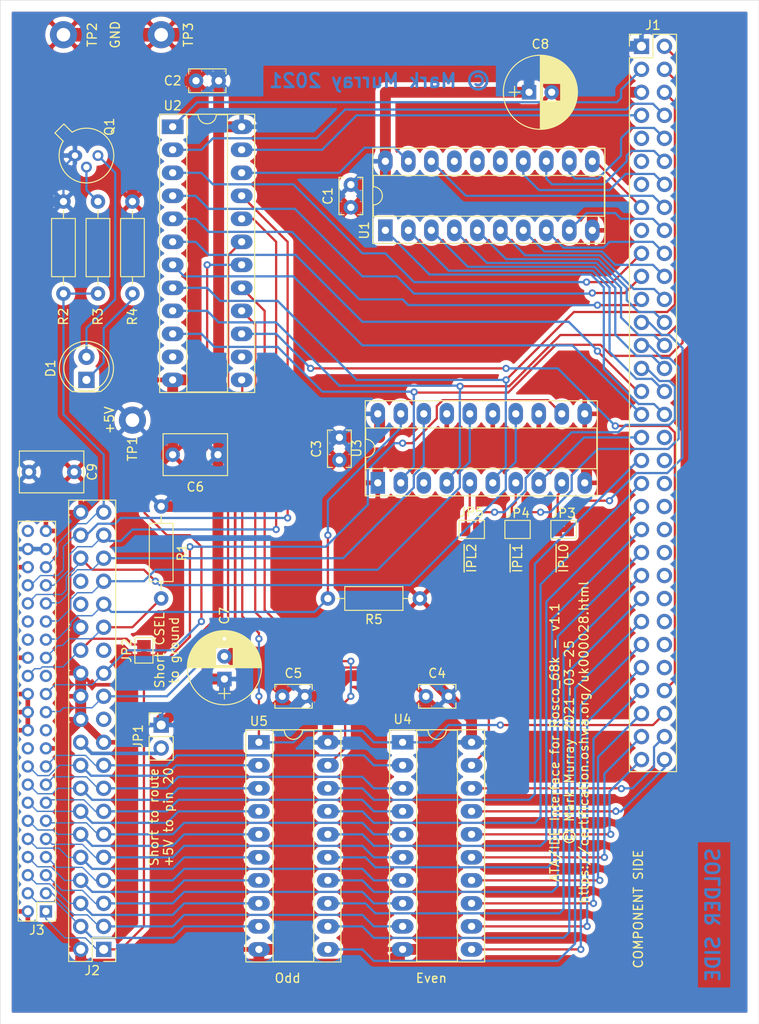
<source format=kicad_pcb>
(kicad_pcb (version 20171130) (host pcbnew "(5.1.9-0-10_14)")
  (title_block (title "ROSCO_M68K IDE/ATA EXPANSION") (date 2021-03-25) (rev 1.1) (company GTA) (comment 1 "See https://github.com/markrvmurray/rosco-ide-ata/blob/main/LICENCE.hardware.txt") (comment 2 "Open Source Hardware licenced under CERN Open Hardware Licence") (comment 3 https://certification.oshwa.org/uk000028.html) (comment 4 "Copyright ©2021 Mark Murray"))
  (layers (0 F.Cu mixed) (31 B.Cu mixed) (34 B.Paste user) (35 F.Paste user) (36 B.SilkS user) (37 F.SilkS user) (38 B.Mask user) (39 F.Mask user) (44 Edge.Cuts user))
  (net 0 "")
  (net 1 GND)
  (net 2 BD7)
  (net 3 BD5)
  (net 4 BD3)
  (net 5 BD1)
  (net 6 A4)
  (net 7 BD0)
  (net 8 A3)
  (net 9 BD2)
  (net 10 BD4)
  (net 11 A2)
  (net 12 BD6)
  (net 13 A1)
  (net 14 D8)
  (net 15 D9)
  (net 16 D10)
  (net 17 D11)
  (net 18 D12)
  (net 19 D13)
  (net 20 D14)
  (net 21 D15)
  (net 22 A14)
  (net 23 A13)
  (net 24 A5)
  (net 25 A12)
  (net 26 A11)
  (net 27 A10)
  (net 28 A17)
  (net 29 A9)
  (net 30 A16)
  (net 31 A8)
  (net 32 A7)
  (net 33 A15)
  (net 34 A6)
  (net 35 FC2)
  (net 36 FC1)
  (net 37 FC0)
  (net 38 D1)
  (net 39 D2)
  (net 40 D0)
  (net 41 D3)
  (net 42 D4)
  (net 43 D5)
  (net 44 D6)
  (net 45 D7)
  (net 46 "Net-(D1-Pad1)")
  (net 47 "Net-(D1-Pad2)")
  (net 48 R~W~)
  (net 49 ~DTACK~)
  (net 50 ~RESET~)
  (net 51 ~UDS~)
  (net 52 ~LDS~)
  (net 53 ~IPL1~)
  (net 54 ~IPL0~)
  (net 55 ~IOSEL~)
  (net 56 ~VPA~)
  (net 57 ~BRESET~)
  (net 58 BD8)
  (net 59 BD9)
  (net 60 BD10)
  (net 61 BD11)
  (net 62 BD12)
  (net 63 BD13)
  (net 64 BD14)
  (net 65 BD15)
  (net 66 ~WR~)
  (net 67 ~RD~)
  (net 68 INTRQ)
  (net 69 BA1)
  (net 70 BA0)
  (net 71 BA2)
  (net 72 ~CS1~)
  (net 73 ~CS3~)
  (net 74 CLOCK)
  (net 75 +5V)
  (net 76 /CSEL)
  (net 77 /DMACK)
  (net 78 ~SELECT~)
  (net 79 ~DASP~)
  (net 80 "Net-(Q1-Pad2)")
  (net 81 ~USEL~)
  (net 82 ~LSEL~)
  (net 83 ~IPL2~)
  (net 84 "Net-(JP3-Pad1)")
  (net 85 "Net-(JP5-Pad1)")
  (net 86 "Net-(JP4-Pad1)")
  (net 87 "Net-(J2-Pad20)")
  (module Jumper:SolderJumper-2_P1.3mm_Bridged_Pad1.0x1.5mm (layer F.Cu) (at 104.775 102.235)
    (fp_text reference JP4 (at 0 -1.8) (layer F.SilkS))
    (fp_text value SolderJumper_2_Bridged)
    (fp_poly (pts (xy -0.25 -0.3) (xy 0.25 -0.3) (xy 0.25 0.3) (xy -0.25 0.3)) (layer F.Cu) (width 0))
    (pad 2 smd rect (at 0.65 0) (size 1 1.5) (layers F.Cu F.Mask) (net 53 ~IPL1~))
    (pad 1 smd rect (at -0.65 0) (size 1 1.5) (layers F.Cu F.Mask) (net 86 "Net-(JP4-Pad1)"))
  )
  (module Jumper:SolderJumper-2_P1.3mm_Bridged_Pad1.0x1.5mm (layer F.Cu) (at 109.855 102.235)
    (fp_text reference JP3 (at 0 -1.8) (layer F.SilkS))
    (fp_text value SolderJumper_2_Bridged)
    (fp_poly (pts (xy -0.25 -0.3) (xy 0.25 -0.3) (xy 0.25 0.3) (xy -0.25 0.3)) (layer F.Cu) (width 0))
    (pad 2 smd rect (at 0.65 0) (size 1 1.5) (layers F.Cu F.Mask) (net 54 ~IPL0~))
    (pad 1 smd rect (at -0.65 0) (size 1 1.5) (layers F.Cu F.Mask) (net 84 "Net-(JP3-Pad1)"))
  )
  (module Resistors_THT:R_Axial_DIN0207_L6.3mm_D2.5mm_P10.16mm_Horizontal (layer F.Cu) (at 93.98 109.855 180)
    (fp_text reference R5 (at 5.08 -2.31) (layer F.SilkS))
    (fp_text value 10k)
    (pad 1 thru_hole circle (at 0 0 180) (size 1.6 1.6) (drill 0.8) (layers *.Cu *.Mask) (net 1 GND))
    (pad 2 thru_hole oval (at 10.16 0 180) (size 1.6 1.6) (drill 0.8) (layers *.Cu *.Mask) (net 68 INTRQ))
  )
  (module Capacitors_THT:C_Rect_L7.0mm_W4.5mm_P5.00mm (layer F.Cu) (at 50.8 95.885)
    (fp_text reference C9 (at 6.985 0 90) (layer F.SilkS))
    (fp_text value 4u7)
    (pad 1 thru_hole circle (at 0 0) (size 1.6 1.6) (drill 0.8) (layers *.Cu *.Mask) (net 75 +5V))
    (pad 2 thru_hole circle (at 5 0) (size 1.6 1.6) (drill 0.8) (layers *.Cu *.Mask) (net 1 GND))
  )
  (module Pin_Headers:Pin_Header_Straight_2x22_Pitch2.00mm (layer F.Cu) (at 52.673 144.399 180)
    (fp_text reference J3 (at 1 -2.06) (layer F.SilkS))
    (fp_text value Conn_02x22_Odd_Even)
    (pad 1 thru_hole rect (at 0 0 180) (size 1.35 1.35) (drill 0.8) (layers *.Cu *.Mask) (net 57 ~BRESET~))
    (pad 2 thru_hole oval (at 2 0 180) (size 1.35 1.35) (drill 0.8) (layers *.Cu *.Mask) (net 1 GND))
    (pad 3 thru_hole oval (at 0 2 180) (size 1.35 1.35) (drill 0.8) (layers *.Cu *.Mask) (net 2 BD7))
    (pad 4 thru_hole oval (at 2 2 180) (size 1.35 1.35) (drill 0.8) (layers *.Cu *.Mask) (net 58 BD8))
    (pad 5 thru_hole oval (at 0 4 180) (size 1.35 1.35) (drill 0.8) (layers *.Cu *.Mask) (net 12 BD6))
    (pad 6 thru_hole oval (at 2 4 180) (size 1.35 1.35) (drill 0.8) (layers *.Cu *.Mask) (net 59 BD9))
    (pad 7 thru_hole oval (at 0 6 180) (size 1.35 1.35) (drill 0.8) (layers *.Cu *.Mask) (net 3 BD5))
    (pad 8 thru_hole oval (at 2 6 180) (size 1.35 1.35) (drill 0.8) (layers *.Cu *.Mask) (net 60 BD10))
    (pad 9 thru_hole oval (at 0 8 180) (size 1.35 1.35) (drill 0.8) (layers *.Cu *.Mask) (net 10 BD4))
    (pad 10 thru_hole oval (at 2 8 180) (size 1.35 1.35) (drill 0.8) (layers *.Cu *.Mask) (net 61 BD11))
    (pad 11 thru_hole oval (at 0 10 180) (size 1.35 1.35) (drill 0.8) (layers *.Cu *.Mask) (net 4 BD3))
    (pad 12 thru_hole oval (at 2 10 180) (size 1.35 1.35) (drill 0.8) (layers *.Cu *.Mask) (net 62 BD12))
    (pad 13 thru_hole oval (at 0 12 180) (size 1.35 1.35) (drill 0.8) (layers *.Cu *.Mask) (net 9 BD2))
    (pad 14 thru_hole oval (at 2 12 180) (size 1.35 1.35) (drill 0.8) (layers *.Cu *.Mask) (net 63 BD13))
    (pad 15 thru_hole oval (at 0 14 180) (size 1.35 1.35) (drill 0.8) (layers *.Cu *.Mask) (net 5 BD1))
    (pad 16 thru_hole oval (at 2 14 180) (size 1.35 1.35) (drill 0.8) (layers *.Cu *.Mask) (net 64 BD14))
    (pad 17 thru_hole oval (at 0 16 180) (size 1.35 1.35) (drill 0.8) (layers *.Cu *.Mask) (net 7 BD0))
    (pad 18 thru_hole oval (at 2 16 180) (size 1.35 1.35) (drill 0.8) (layers *.Cu *.Mask) (net 65 BD15))
    (pad 19 thru_hole oval (at 0 18 180) (size 1.35 1.35) (drill 0.8) (layers *.Cu *.Mask) (net 1 GND))
    (pad 20 thru_hole oval (at 2 18 180) (size 1.35 1.35) (drill 0.8) (layers *.Cu *.Mask))
    (pad 21 thru_hole oval (at 0 20 180) (size 1.35 1.35) (drill 0.8) (layers *.Cu *.Mask))
    (pad 22 thru_hole oval (at 2 20 180) (size 1.35 1.35) (drill 0.8) (layers *.Cu *.Mask) (net 1 GND))
    (pad 23 thru_hole oval (at 0 22 180) (size 1.35 1.35) (drill 0.8) (layers *.Cu *.Mask) (net 66 ~WR~))
    (pad 24 thru_hole oval (at 2 22 180) (size 1.35 1.35) (drill 0.8) (layers *.Cu *.Mask) (net 1 GND))
    (pad 25 thru_hole oval (at 0 24 180) (size 1.35 1.35) (drill 0.8) (layers *.Cu *.Mask) (net 67 ~RD~))
    (pad 26 thru_hole oval (at 2 24 180) (size 1.35 1.35) (drill 0.8) (layers *.Cu *.Mask) (net 1 GND))
    (pad 27 thru_hole oval (at 0 26 180) (size 1.35 1.35) (drill 0.8) (layers *.Cu *.Mask))
    (pad 28 thru_hole oval (at 2 26 180) (size 1.35 1.35) (drill 0.8) (layers *.Cu *.Mask) (net 76 /CSEL))
    (pad 29 thru_hole oval (at 0 28 180) (size 1.35 1.35) (drill 0.8) (layers *.Cu *.Mask) (net 77 /DMACK))
    (pad 30 thru_hole oval (at 2 28 180) (size 1.35 1.35) (drill 0.8) (layers *.Cu *.Mask) (net 1 GND))
    (pad 31 thru_hole oval (at 0 30 180) (size 1.35 1.35) (drill 0.8) (layers *.Cu *.Mask) (net 68 INTRQ))
    (pad 32 thru_hole oval (at 2 30 180) (size 1.35 1.35) (drill 0.8) (layers *.Cu *.Mask))
    (pad 33 thru_hole oval (at 0 32 180) (size 1.35 1.35) (drill 0.8) (layers *.Cu *.Mask) (net 69 BA1))
    (pad 34 thru_hole oval (at 2 32 180) (size 1.35 1.35) (drill 0.8) (layers *.Cu *.Mask))
    (pad 35 thru_hole oval (at 0 34 180) (size 1.35 1.35) (drill 0.8) (layers *.Cu *.Mask) (net 70 BA0))
    (pad 36 thru_hole oval (at 2 34 180) (size 1.35 1.35) (drill 0.8) (layers *.Cu *.Mask) (net 71 BA2))
    (pad 37 thru_hole oval (at 0 36 180) (size 1.35 1.35) (drill 0.8) (layers *.Cu *.Mask) (net 72 ~CS1~))
    (pad 38 thru_hole oval (at 2 36 180) (size 1.35 1.35) (drill 0.8) (layers *.Cu *.Mask) (net 73 ~CS3~))
    (pad 39 thru_hole oval (at 0 38 180) (size 1.35 1.35) (drill 0.8) (layers *.Cu *.Mask) (net 79 ~DASP~))
    (pad 40 thru_hole oval (at 2 38 180) (size 1.35 1.35) (drill 0.8) (layers *.Cu *.Mask) (net 1 GND))
    (pad 41 thru_hole oval (at 0 40 180) (size 1.35 1.35) (drill 0.8) (layers *.Cu *.Mask) (net 75 +5V))
    (pad 42 thru_hole oval (at 2 40 180) (size 1.35 1.35) (drill 0.8) (layers *.Cu *.Mask) (net 75 +5V))
    (pad 43 thru_hole oval (at 0 42 180) (size 1.35 1.35) (drill 0.8) (layers *.Cu *.Mask) (net 1 GND))
    (pad 44 thru_hole oval (at 2 42 180) (size 1.35 1.35) (drill 0.8) (layers *.Cu *.Mask))
  )
  (module Jumper:SolderJumper-2_P1.3mm_Bridged_Pad1.0x1.5mm (layer F.Cu) (at 63.5 115.585 270)
    (fp_text reference JP2 (at 0 1.905 90) (layer F.SilkS))
    (fp_text value SolderJumper_2_Bridged)
    (fp_poly (pts (xy -0.25 -0.3) (xy 0.25 -0.3) (xy 0.25 0.3) (xy -0.25 0.3)) (layer F.Cu) (width 0))
    (pad 2 smd rect (at 0.65 0 270) (size 1 1.5) (layers F.Cu F.Mask) (net 1 GND))
    (pad 1 smd rect (at -0.65 0 270) (size 1 1.5) (layers F.Cu F.Mask) (net 76 /CSEL))
  )
  (module Connector_PinHeader_2.54mm:PinHeader_2x32_P2.54mm_Vertical (layer F.Cu) (at 118.46 48.9)
    (fp_text reference J1 (at 1.27 -2.33) (layer F.SilkS))
    (fp_text value Conn_02x32_Odd_Even)
    (pad 64 thru_hole oval (at 2.54 78.74) (size 1.7 1.7) (drill 1) (layers *.Cu *.Mask) (net 38 D1))
    (pad 63 thru_hole oval (at 0 78.74) (size 1.7 1.7) (drill 1) (layers *.Cu *.Mask) (net 39 D2))
    (pad 62 thru_hole oval (at 2.54 76.2) (size 1.7 1.7) (drill 1) (layers *.Cu *.Mask) (net 40 D0))
    (pad 61 thru_hole oval (at 0 76.2) (size 1.7 1.7) (drill 1) (layers *.Cu *.Mask) (net 41 D3))
    (pad 60 thru_hole oval (at 2.54 73.66) (size 1.7 1.7) (drill 1) (layers *.Cu *.Mask) (net 48 R~W~))
    (pad 59 thru_hole oval (at 0 73.66) (size 1.7 1.7) (drill 1) (layers *.Cu *.Mask) (net 42 D4))
    (pad 58 thru_hole oval (at 2.54 71.12) (size 1.7 1.7) (drill 1) (layers *.Cu *.Mask) (net 49 ~DTACK~))
    (pad 57 thru_hole oval (at 0 71.12) (size 1.7 1.7) (drill 1) (layers *.Cu *.Mask) (net 43 D5))
    (pad 56 thru_hole oval (at 2.54 68.58) (size 1.7 1.7) (drill 1) (layers *.Cu *.Mask))
    (pad 55 thru_hole oval (at 0 68.58) (size 1.7 1.7) (drill 1) (layers *.Cu *.Mask) (net 44 D6))
    (pad 54 thru_hole oval (at 2.54 66.04) (size 1.7 1.7) (drill 1) (layers *.Cu *.Mask))
    (pad 53 thru_hole oval (at 0 66.04) (size 1.7 1.7) (drill 1) (layers *.Cu *.Mask) (net 45 D7))
    (pad 52 thru_hole oval (at 2.54 63.5) (size 1.7 1.7) (drill 1) (layers *.Cu *.Mask))
    (pad 51 thru_hole oval (at 0 63.5) (size 1.7 1.7) (drill 1) (layers *.Cu *.Mask) (net 14 D8))
    (pad 50 thru_hole oval (at 2.54 60.96) (size 1.7 1.7) (drill 1) (layers *.Cu *.Mask))
    (pad 49 thru_hole oval (at 0 60.96) (size 1.7 1.7) (drill 1) (layers *.Cu *.Mask) (net 15 D9))
    (pad 48 thru_hole oval (at 2.54 58.42) (size 1.7 1.7) (drill 1) (layers *.Cu *.Mask))
    (pad 47 thru_hole oval (at 0 58.42) (size 1.7 1.7) (drill 1) (layers *.Cu *.Mask) (net 16 D10))
    (pad 46 thru_hole oval (at 2.54 55.88) (size 1.7 1.7) (drill 1) (layers *.Cu *.Mask))
    (pad 45 thru_hole oval (at 0 55.88) (size 1.7 1.7) (drill 1) (layers *.Cu *.Mask) (net 17 D11))
    (pad 44 thru_hole oval (at 2.54 53.34) (size 1.7 1.7) (drill 1) (layers *.Cu *.Mask))
    (pad 43 thru_hole oval (at 0 53.34) (size 1.7 1.7) (drill 1) (layers *.Cu *.Mask) (net 18 D12))
    (pad 42 thru_hole oval (at 2.54 50.8) (size 1.7 1.7) (drill 1) (layers *.Cu *.Mask))
    (pad 41 thru_hole oval (at 0 50.8) (size 1.7 1.7) (drill 1) (layers *.Cu *.Mask) (net 19 D13))
    (pad 40 thru_hole oval (at 2.54 48.26) (size 1.7 1.7) (drill 1) (layers *.Cu *.Mask))
    (pad 39 thru_hole oval (at 0 48.26) (size 1.7 1.7) (drill 1) (layers *.Cu *.Mask) (net 20 D14))
    (pad 38 thru_hole oval (at 2.54 45.72) (size 1.7 1.7) (drill 1) (layers *.Cu *.Mask))
    (pad 37 thru_hole oval (at 0 45.72) (size 1.7 1.7) (drill 1) (layers *.Cu *.Mask) (net 21 D15))
    (pad 36 thru_hole oval (at 2.54 43.18) (size 1.7 1.7) (drill 1) (layers *.Cu *.Mask))
    (pad 35 thru_hole oval (at 0 43.18) (size 1.7 1.7) (drill 1) (layers *.Cu *.Mask) (net 50 ~RESET~))
    (pad 34 thru_hole oval (at 2.54 40.64) (size 1.7 1.7) (drill 1) (layers *.Cu *.Mask) (net 28 A17))
    (pad 33 thru_hole oval (at 0 40.64) (size 1.7 1.7) (drill 1) (layers *.Cu *.Mask) (net 51 ~UDS~))
    (pad 32 thru_hole oval (at 2.54 38.1) (size 1.7 1.7) (drill 1) (layers *.Cu *.Mask) (net 30 A16))
    (pad 31 thru_hole oval (at 0 38.1) (size 1.7 1.7) (drill 1) (layers *.Cu *.Mask) (net 52 ~LDS~))
    (pad 30 thru_hole oval (at 2.54 35.56) (size 1.7 1.7) (drill 1) (layers *.Cu *.Mask) (net 33 A15))
    (pad 29 thru_hole oval (at 0 35.56) (size 1.7 1.7) (drill 1) (layers *.Cu *.Mask) (net 83 ~IPL2~))
    (pad 28 thru_hole oval (at 2.54 33.02) (size 1.7 1.7) (drill 1) (layers *.Cu *.Mask) (net 22 A14))
    (pad 27 thru_hole oval (at 0 33.02) (size 1.7 1.7) (drill 1) (layers *.Cu *.Mask) (net 53 ~IPL1~))
    (pad 26 thru_hole oval (at 2.54 30.48) (size 1.7 1.7) (drill 1) (layers *.Cu *.Mask) (net 23 A13))
    (pad 25 thru_hole oval (at 0 30.48) (size 1.7 1.7) (drill 1) (layers *.Cu *.Mask) (net 54 ~IPL0~))
    (pad 24 thru_hole oval (at 2.54 27.94) (size 1.7 1.7) (drill 1) (layers *.Cu *.Mask) (net 25 A12))
    (pad 23 thru_hole oval (at 0 27.94) (size 1.7 1.7) (drill 1) (layers *.Cu *.Mask) (net 35 FC2))
    (pad 22 thru_hole oval (at 2.54 25.4) (size 1.7 1.7) (drill 1) (layers *.Cu *.Mask) (net 26 A11))
    (pad 21 thru_hole oval (at 0 25.4) (size 1.7 1.7) (drill 1) (layers *.Cu *.Mask) (net 36 FC1))
    (pad 20 thru_hole oval (at 2.54 22.86) (size 1.7 1.7) (drill 1) (layers *.Cu *.Mask) (net 27 A10))
    (pad 19 thru_hole oval (at 0 22.86) (size 1.7 1.7) (drill 1) (layers *.Cu *.Mask) (net 37 FC0))
    (pad 18 thru_hole oval (at 2.54 20.32) (size 1.7 1.7) (drill 1) (layers *.Cu *.Mask) (net 29 A9))
    (pad 17 thru_hole oval (at 0 20.32) (size 1.7 1.7) (drill 1) (layers *.Cu *.Mask))
    (pad 16 thru_hole oval (at 2.54 17.78) (size 1.7 1.7) (drill 1) (layers *.Cu *.Mask) (net 31 A8))
    (pad 15 thru_hole oval (at 0 17.78) (size 1.7 1.7) (drill 1) (layers *.Cu *.Mask) (net 55 ~IOSEL~))
    (pad 14 thru_hole oval (at 2.54 15.24) (size 1.7 1.7) (drill 1) (layers *.Cu *.Mask) (net 32 A7))
    (pad 13 thru_hole oval (at 0 15.24) (size 1.7 1.7) (drill 1) (layers *.Cu *.Mask))
    (pad 12 thru_hole oval (at 2.54 12.7) (size 1.7 1.7) (drill 1) (layers *.Cu *.Mask) (net 34 A6))
    (pad 11 thru_hole oval (at 0 12.7) (size 1.7 1.7) (drill 1) (layers *.Cu *.Mask))
    (pad 10 thru_hole oval (at 2.54 10.16) (size 1.7 1.7) (drill 1) (layers *.Cu *.Mask) (net 24 A5))
    (pad 9 thru_hole oval (at 0 10.16) (size 1.7 1.7) (drill 1) (layers *.Cu *.Mask))
    (pad 8 thru_hole oval (at 2.54 7.62) (size 1.7 1.7) (drill 1) (layers *.Cu *.Mask) (net 6 A4))
    (pad 7 thru_hole oval (at 0 7.62) (size 1.7 1.7) (drill 1) (layers *.Cu *.Mask) (net 56 ~VPA~))
    (pad 6 thru_hole oval (at 2.54 5.08) (size 1.7 1.7) (drill 1) (layers *.Cu *.Mask) (net 8 A3))
    (pad 5 thru_hole oval (at 0 5.08) (size 1.7 1.7) (drill 1) (layers *.Cu *.Mask) (net 1 GND))
    (pad 4 thru_hole oval (at 2.54 2.54) (size 1.7 1.7) (drill 1) (layers *.Cu *.Mask) (net 11 A2))
    (pad 3 thru_hole oval (at 0 2.54) (size 1.7 1.7) (drill 1) (layers *.Cu *.Mask) (net 74 CLOCK))
    (pad 2 thru_hole oval (at 2.54 0) (size 1.7 1.7) (drill 1) (layers *.Cu *.Mask) (net 13 A1))
    (pad 1 thru_hole rect (at 0 0) (size 1.7 1.7) (drill 1) (layers *.Cu *.Mask) (net 75 +5V))
  )
  (module Housings_DIP:DIP-20_W7.62mm_Socket_LongPads (layer F.Cu) (at 89.335 97.09 90)
    (fp_text reference U3 (at 3.81 -2.33 90) (layer F.SilkS))
    (fp_text value 74HCT241)
    (pad 1 thru_hole rect (at 0 0 90) (size 2.4 1.6) (drill 0.8) (layers *.Cu *.Mask) (net 1 GND))
    (pad 11 thru_hole oval (at 7.62 22.86 90) (size 2.4 1.6) (drill 0.8) (layers *.Cu *.Mask) (net 1 GND))
    (pad 2 thru_hole oval (at 0 2.54 90) (size 2.4 1.6) (drill 0.8) (layers *.Cu *.Mask) (net 13 A1))
    (pad 12 thru_hole oval (at 7.62 20.32 90) (size 2.4 1.6) (drill 0.8) (layers *.Cu *.Mask) (net 57 ~BRESET~))
    (pad 3 thru_hole oval (at 0 5.08 90) (size 2.4 1.6) (drill 0.8) (layers *.Cu *.Mask))
    (pad 13 thru_hole oval (at 7.62 17.78 90) (size 2.4 1.6) (drill 0.8) (layers *.Cu *.Mask) (net 1 GND))
    (pad 4 thru_hole oval (at 0 7.62 90) (size 2.4 1.6) (drill 0.8) (layers *.Cu *.Mask) (net 11 A2))
    (pad 14 thru_hole oval (at 7.62 15.24 90) (size 2.4 1.6) (drill 0.8) (layers *.Cu *.Mask) (net 71 BA2))
    (pad 5 thru_hole oval (at 0 10.16 90) (size 2.4 1.6) (drill 0.8) (layers *.Cu *.Mask) (net 85 "Net-(JP5-Pad1)"))
    (pad 15 thru_hole oval (at 7.62 12.7 90) (size 2.4 1.6) (drill 0.8) (layers *.Cu *.Mask) (net 1 GND))
    (pad 6 thru_hole oval (at 0 12.7 90) (size 2.4 1.6) (drill 0.8) (layers *.Cu *.Mask) (net 8 A3))
    (pad 16 thru_hole oval (at 7.62 10.16 90) (size 2.4 1.6) (drill 0.8) (layers *.Cu *.Mask) (net 69 BA1))
    (pad 7 thru_hole oval (at 0 15.24 90) (size 2.4 1.6) (drill 0.8) (layers *.Cu *.Mask) (net 86 "Net-(JP4-Pad1)"))
    (pad 17 thru_hole oval (at 7.62 7.62 90) (size 2.4 1.6) (drill 0.8) (layers *.Cu *.Mask) (net 1 GND))
    (pad 8 thru_hole oval (at 0 17.78 90) (size 2.4 1.6) (drill 0.8) (layers *.Cu *.Mask) (net 50 ~RESET~))
    (pad 18 thru_hole oval (at 7.62 5.08 90) (size 2.4 1.6) (drill 0.8) (layers *.Cu *.Mask) (net 70 BA0))
    (pad 9 thru_hole oval (at 0 20.32 90) (size 2.4 1.6) (drill 0.8) (layers *.Cu *.Mask) (net 84 "Net-(JP3-Pad1)"))
    (pad 19 thru_hole oval (at 7.62 2.54 90) (size 2.4 1.6) (drill 0.8) (layers *.Cu *.Mask) (net 68 INTRQ))
    (pad 10 thru_hole oval (at 0 22.86 90) (size 2.4 1.6) (drill 0.8) (layers *.Cu *.Mask) (net 1 GND))
    (pad 20 thru_hole oval (at 7.62 0 90) (size 2.4 1.6) (drill 0.8) (layers *.Cu *.Mask) (net 75 +5V))
  )
  (module Housings_DIP:DIP-20_W7.62mm_Socket_LongPads (layer F.Cu) (at 90.17 69.215 90)
    (fp_text reference U1 (at 0 -2.33 90) (layer F.SilkS))
    (fp_text value 16V8)
    (pad 1 thru_hole rect (at 0 0 90) (size 2.4 1.6) (drill 0.8) (layers *.Cu *.Mask) (net 28 A17))
    (pad 11 thru_hole oval (at 7.62 22.86 90) (size 2.4 1.6) (drill 0.8) (layers *.Cu *.Mask) (net 55 ~IOSEL~))
    (pad 2 thru_hole oval (at 0 2.54 90) (size 2.4 1.6) (drill 0.8) (layers *.Cu *.Mask) (net 30 A16))
    (pad 12 thru_hole oval (at 7.62 20.32 90) (size 2.4 1.6) (drill 0.8) (layers *.Cu *.Mask) (net 24 A5))
    (pad 3 thru_hole oval (at 0 5.08 90) (size 2.4 1.6) (drill 0.8) (layers *.Cu *.Mask) (net 33 A15))
    (pad 13 thru_hole oval (at 7.62 17.78 90) (size 2.4 1.6) (drill 0.8) (layers *.Cu *.Mask) (net 34 A6))
    (pad 4 thru_hole oval (at 0 7.62 90) (size 2.4 1.6) (drill 0.8) (layers *.Cu *.Mask) (net 22 A14))
    (pad 14 thru_hole oval (at 7.62 15.24 90) (size 2.4 1.6) (drill 0.8) (layers *.Cu *.Mask) (net 32 A7))
    (pad 5 thru_hole oval (at 0 10.16 90) (size 2.4 1.6) (drill 0.8) (layers *.Cu *.Mask) (net 23 A13))
    (pad 15 thru_hole oval (at 7.62 12.7 90) (size 2.4 1.6) (drill 0.8) (layers *.Cu *.Mask))
    (pad 6 thru_hole oval (at 0 12.7 90) (size 2.4 1.6) (drill 0.8) (layers *.Cu *.Mask) (net 25 A12))
    (pad 16 thru_hole oval (at 7.62 10.16 90) (size 2.4 1.6) (drill 0.8) (layers *.Cu *.Mask))
    (pad 7 thru_hole oval (at 0 15.24 90) (size 2.4 1.6) (drill 0.8) (layers *.Cu *.Mask) (net 26 A11))
    (pad 17 thru_hole oval (at 7.62 7.62 90) (size 2.4 1.6) (drill 0.8) (layers *.Cu *.Mask))
    (pad 8 thru_hole oval (at 0 17.78 90) (size 2.4 1.6) (drill 0.8) (layers *.Cu *.Mask) (net 27 A10))
    (pad 18 thru_hole oval (at 7.62 5.08 90) (size 2.4 1.6) (drill 0.8) (layers *.Cu *.Mask) (net 31 A8))
    (pad 9 thru_hole oval (at 0 20.32 90) (size 2.4 1.6) (drill 0.8) (layers *.Cu *.Mask) (net 29 A9))
    (pad 19 thru_hole oval (at 7.62 2.54 90) (size 2.4 1.6) (drill 0.8) (layers *.Cu *.Mask) (net 78 ~SELECT~))
    (pad 10 thru_hole oval (at 0 22.86 90) (size 2.4 1.6) (drill 0.8) (layers *.Cu *.Mask) (net 1 GND))
    (pad 20 thru_hole oval (at 7.62 0 90) (size 2.4 1.6) (drill 0.8) (layers *.Cu *.Mask) (net 75 +5V))
  )
  (module Jumper:SolderJumper-2_P1.3mm_Open_Pad1.0x1.5mm (layer F.Cu) (at 99.71 102.235)
    (fp_text reference JP5 (at -0.015 -1.905 180) (layer F.SilkS))
    (fp_text value SolderJumper_2_Open)
    (pad 1 smd rect (at -0.65 0) (size 1 1.5) (layers F.Cu F.Mask) (net 85 "Net-(JP5-Pad1)"))
    (pad 2 smd rect (at 0.65 0) (size 1 1.5) (layers F.Cu F.Mask) (net 83 ~IPL2~))
  )
  (module Measurement_Points:Measurement_Point_Round-TH_Big (layer F.Cu) (at 65.405 47.625 270)
    (fp_text reference TP3 (at 0 -3 90) (layer F.SilkS))
    (fp_text value TestPoint)
    (pad 1 thru_hole circle (at 0 0 270) (size 3 3) (drill 1.5) (layers *.Cu *.Mask) (net 1 GND))
  )
  (module Capacitors_THT:C_Rect_L4.0mm_W2.5mm_P2.50mm (layer F.Cu) (at 86.36 64.175 270)
    (fp_text reference C1 (at 1.25 2.54 90) (layer F.SilkS))
    (fp_text value 100n)
    (pad 1 thru_hole circle (at 0 0 270) (size 1.6 1.6) (drill 0.8) (layers *.Cu *.Mask) (net 75 +5V))
    (pad 2 thru_hole circle (at 2.5 0 270) (size 1.6 1.6) (drill 0.8) (layers *.Cu *.Mask) (net 1 GND))
  )
  (module Housings_DIP:DIP-24_W7.62mm_Socket_LongPads (layer F.Cu) (at 66.675 57.785)
    (fp_text reference U2 (at 0 -2.33) (layer F.SilkS))
    (fp_text value ATF750)
    (pad 1 thru_hole rect (at 0 0) (size 2.4 1.6) (drill 0.8) (layers *.Cu *.Mask) (net 74 CLOCK))
    (pad 13 thru_hole oval (at 7.62 27.94) (size 2.4 1.6) (drill 0.8) (layers *.Cu *.Mask) (net 48 R~W~))
    (pad 2 thru_hole oval (at 0 2.54) (size 2.4 1.6) (drill 0.8) (layers *.Cu *.Mask) (net 6 A4))
    (pad 14 thru_hole oval (at 7.62 25.4) (size 2.4 1.6) (drill 0.8) (layers *.Cu *.Mask))
    (pad 3 thru_hole oval (at 0 5.08) (size 2.4 1.6) (drill 0.8) (layers *.Cu *.Mask) (net 37 FC0))
    (pad 15 thru_hole oval (at 7.62 22.86) (size 2.4 1.6) (drill 0.8) (layers *.Cu *.Mask) (net 49 ~DTACK~))
    (pad 4 thru_hole oval (at 0 7.62) (size 2.4 1.6) (drill 0.8) (layers *.Cu *.Mask) (net 36 FC1))
    (pad 16 thru_hole oval (at 7.62 20.32) (size 2.4 1.6) (drill 0.8) (layers *.Cu *.Mask) (net 82 ~LSEL~))
    (pad 5 thru_hole oval (at 0 10.16) (size 2.4 1.6) (drill 0.8) (layers *.Cu *.Mask) (net 35 FC2))
    (pad 17 thru_hole oval (at 7.62 17.78) (size 2.4 1.6) (drill 0.8) (layers *.Cu *.Mask) (net 81 ~USEL~))
    (pad 6 thru_hole oval (at 0 12.7) (size 2.4 1.6) (drill 0.8) (layers *.Cu *.Mask) (net 52 ~LDS~))
    (pad 18 thru_hole oval (at 7.62 15.24) (size 2.4 1.6) (drill 0.8) (layers *.Cu *.Mask) (net 67 ~RD~))
    (pad 7 thru_hole oval (at 0 15.24) (size 2.4 1.6) (drill 0.8) (layers *.Cu *.Mask) (net 51 ~UDS~))
    (pad 19 thru_hole oval (at 7.62 12.7) (size 2.4 1.6) (drill 0.8) (layers *.Cu *.Mask) (net 66 ~WR~))
    (pad 8 thru_hole oval (at 0 17.78) (size 2.4 1.6) (drill 0.8) (layers *.Cu *.Mask) (net 8 A3))
    (pad 20 thru_hole oval (at 7.62 10.16) (size 2.4 1.6) (drill 0.8) (layers *.Cu *.Mask) (net 72 ~CS1~))
    (pad 9 thru_hole oval (at 0 20.32) (size 2.4 1.6) (drill 0.8) (layers *.Cu *.Mask) (net 11 A2))
    (pad 21 thru_hole oval (at 7.62 7.62) (size 2.4 1.6) (drill 0.8) (layers *.Cu *.Mask) (net 73 ~CS3~))
    (pad 10 thru_hole oval (at 0 22.86) (size 2.4 1.6) (drill 0.8) (layers *.Cu *.Mask) (net 13 A1))
    (pad 22 thru_hole oval (at 7.62 5.08) (size 2.4 1.6) (drill 0.8) (layers *.Cu *.Mask) (net 78 ~SELECT~))
    (pad 11 thru_hole oval (at 0 25.4) (size 2.4 1.6) (drill 0.8) (layers *.Cu *.Mask))
    (pad 23 thru_hole oval (at 7.62 2.54) (size 2.4 1.6) (drill 0.8) (layers *.Cu *.Mask) (net 56 ~VPA~))
    (pad 12 thru_hole oval (at 0 27.94) (size 2.4 1.6) (drill 0.8) (layers *.Cu *.Mask) (net 1 GND))
    (pad 24 thru_hole oval (at 7.62 0) (size 2.4 1.6) (drill 0.8) (layers *.Cu *.Mask) (net 75 +5V))
  )
  (module Resistors_THT:R_Axial_DIN0207_L6.3mm_D2.5mm_P10.16mm_Horizontal (layer F.Cu) (at 54.61 66.04 270)
    (fp_text reference R2 (at 12.7 0 90) (layer F.SilkS))
    (fp_text value 4k7)
    (pad 1 thru_hole circle (at 0 0 270) (size 1.6 1.6) (drill 0.8) (layers *.Cu *.Mask) (net 75 +5V))
    (pad 2 thru_hole oval (at 10.16 0 270) (size 1.6 1.6) (drill 0.8) (layers *.Cu *.Mask) (net 79 ~DASP~))
  )
  (module Resistors_THT:R_Axial_DIN0207_L6.3mm_D2.5mm_P10.16mm_Horizontal (layer F.Cu) (at 62.23 66.04 270)
    (fp_text reference R4 (at 12.7 0 90) (layer F.SilkS))
    (fp_text value 330)
    (pad 1 thru_hole circle (at 0 0 270) (size 1.6 1.6) (drill 0.8) (layers *.Cu *.Mask) (net 1 GND))
    (pad 2 thru_hole oval (at 10.16 0 270) (size 1.6 1.6) (drill 0.8) (layers *.Cu *.Mask) (net 46 "Net-(D1-Pad1)"))
  )
  (module Package_TO_SOT_THT:TO-18-3 (layer F.Cu) (at 55.88 60.96)
    (fp_text reference Q1 (at 3.81 -3.175 90) (layer F.SilkS))
    (fp_text value 2N2907)
    (pad 3 thru_hole oval (at 2.54 0) (size 1.2 1.2) (drill 0.7) (layers *.Cu *.Mask) (net 47 "Net-(D1-Pad2)"))
    (pad 2 thru_hole oval (at 1.27 1.27) (size 1.2 1.2) (drill 0.7) (layers *.Cu *.Mask) (net 80 "Net-(Q1-Pad2)"))
    (pad 1 thru_hole oval (at 0 0) (size 1.6 1.2) (drill 0.7) (layers *.Cu *.Mask) (net 75 +5V))
  )
  (module Measurement_Points:Measurement_Point_Round-TH_Big (layer F.Cu) (at 54.61 47.625 180)
    (fp_text reference TP2 (at -3.175 0 90) (layer F.SilkS))
    (fp_text value TestPoint)
    (pad 1 thru_hole circle (at 0 0 180) (size 3 3) (drill 1.5) (layers *.Cu *.Mask) (net 1 GND))
  )
  (module Measurement_Points:Measurement_Point_Round-TH_Big (layer F.Cu) (at 62.23 90.17 180)
    (fp_text reference TP1 (at 0 -3.175 90) (layer F.SilkS))
    (fp_text value TestPoint)
    (pad 1 thru_hole circle (at 0 0 180) (size 3 3) (drill 1.5) (layers *.Cu *.Mask) (net 75 +5V))
  )
  (module Resistors_THT:R_Axial_DIN0207_L6.3mm_D2.5mm_P10.16mm_Horizontal (layer F.Cu) (at 65.405 99.695 270)
    (fp_text reference R1 (at 5.08 -2.31 90) (layer F.SilkS))
    (fp_text value 10k)
    (pad 1 thru_hole circle (at 0 0 270) (size 1.6 1.6) (drill 0.8) (layers *.Cu *.Mask) (net 75 +5V))
    (pad 2 thru_hole oval (at 10.16 0 270) (size 1.6 1.6) (drill 0.8) (layers *.Cu *.Mask) (net 77 /DMACK))
  )
  (module LEDs:LED_D5.0mm (layer F.Cu) (at 57.15 85.725 90)
    (fp_text reference D1 (at 1.27 -3.96 90) (layer F.SilkS))
    (fp_text value LED)
    (pad 1 thru_hole rect (at 0 0 90) (size 1.8 1.8) (drill 0.9) (layers *.Cu *.Mask) (net 46 "Net-(D1-Pad1)"))
    (pad 2 thru_hole circle (at 2.54 0 90) (size 1.8 1.8) (drill 0.9) (layers *.Cu *.Mask) (net 47 "Net-(D1-Pad2)"))
  )
  (module Capacitors_THT:C_Rect_L7.0mm_W4.5mm_P5.00mm (layer F.Cu) (at 71.675 93.98 180)
    (fp_text reference C6 (at 2.5 -3.56) (layer F.SilkS))
    (fp_text value 1u)
    (pad 1 thru_hole circle (at 0 0 180) (size 1.6 1.6) (drill 0.8) (layers *.Cu *.Mask) (net 75 +5V))
    (pad 2 thru_hole circle (at 5 0 180) (size 1.6 1.6) (drill 0.8) (layers *.Cu *.Mask) (net 1 GND))
  )
  (module Capacitors_THT:CP_Radial_D8.0mm_P2.50mm (layer F.Cu) (at 72.39 118.745 90)
    (fp_text reference C7 (at 6.985 0 90) (layer F.SilkS))
    (fp_text value 100u)
    (pad 1 thru_hole rect (at 0 0 90) (size 1.6 1.6) (drill 0.8) (layers *.Cu *.Mask) (net 75 +5V))
    (pad 2 thru_hole circle (at 2.5 0 90) (size 1.6 1.6) (drill 0.8) (layers *.Cu *.Mask) (net 1 GND))
  )
  (module Capacitors_THT:C_Rect_L4.0mm_W2.5mm_P2.50mm (layer F.Cu) (at 71.755 52.705 180)
    (fp_text reference C2 (at 5.08 0) (layer F.SilkS))
    (fp_text value 100n)
    (pad 1 thru_hole circle (at 0 0 180) (size 1.6 1.6) (drill 0.8) (layers *.Cu *.Mask) (net 75 +5V))
    (pad 2 thru_hole circle (at 2.5 0 180) (size 1.6 1.6) (drill 0.8) (layers *.Cu *.Mask) (net 1 GND))
  )
  (module Capacitors_THT:C_Rect_L4.0mm_W2.5mm_P2.50mm (layer F.Cu) (at 85.09 92.075 270)
    (fp_text reference C3 (at 1.27 2.54 90) (layer F.SilkS))
    (fp_text value 100n)
    (pad 1 thru_hole circle (at 0 0 270) (size 1.6 1.6) (drill 0.8) (layers *.Cu *.Mask) (net 75 +5V))
    (pad 2 thru_hole circle (at 2.5 0 270) (size 1.6 1.6) (drill 0.8) (layers *.Cu *.Mask) (net 1 GND))
  )
  (module Pin_Headers:Pin_Header_Straight_1x02_Pitch2.54mm (layer F.Cu) (at 65.405 123.825)
    (fp_text reference JP1 (at -2.54 1.27 90) (layer F.SilkS))
    (fp_text value "Pin 20 5V Supply")
    (pad 1 thru_hole rect (at 0 0) (size 1.7 1.7) (drill 1) (layers *.Cu *.Mask) (net 75 +5V))
    (pad 2 thru_hole oval (at 0 2.54) (size 1.7 1.7) (drill 1) (layers *.Cu *.Mask) (net 87 "Net-(J2-Pad20)"))
  )
  (module Capacitors_THT:C_Rect_L4.0mm_W2.5mm_P2.50mm (layer F.Cu) (at 81.28 120.65 180)
    (fp_text reference C5 (at 1.27 2.54) (layer F.SilkS))
    (fp_text value 100n)
    (pad 1 thru_hole circle (at 0 0 180) (size 1.6 1.6) (drill 0.8) (layers *.Cu *.Mask) (net 75 +5V))
    (pad 2 thru_hole circle (at 2.5 0 180) (size 1.6 1.6) (drill 0.8) (layers *.Cu *.Mask) (net 1 GND))
  )
  (module Housings_DIP:DIP-20_W7.62mm_Socket_LongPads (layer F.Cu) (at 92.075 125.73)
    (fp_text reference U4 (at 0 -2.54) (layer F.SilkS))
    (fp_text value 74HCT245)
    (pad 1 thru_hole rect (at 0 0) (size 2.4 1.6) (drill 0.8) (layers *.Cu *.Mask) (net 48 R~W~))
    (pad 11 thru_hole oval (at 7.62 22.86) (size 2.4 1.6) (drill 0.8) (layers *.Cu *.Mask) (net 45 D7))
    (pad 2 thru_hole oval (at 0 2.54) (size 2.4 1.6) (drill 0.8) (layers *.Cu *.Mask) (net 7 BD0))
    (pad 12 thru_hole oval (at 7.62 20.32) (size 2.4 1.6) (drill 0.8) (layers *.Cu *.Mask) (net 44 D6))
    (pad 3 thru_hole oval (at 0 5.08) (size 2.4 1.6) (drill 0.8) (layers *.Cu *.Mask) (net 5 BD1))
    (pad 13 thru_hole oval (at 7.62 17.78) (size 2.4 1.6) (drill 0.8) (layers *.Cu *.Mask) (net 43 D5))
    (pad 4 thru_hole oval (at 0 7.62) (size 2.4 1.6) (drill 0.8) (layers *.Cu *.Mask) (net 9 BD2))
    (pad 14 thru_hole oval (at 7.62 15.24) (size 2.4 1.6) (drill 0.8) (layers *.Cu *.Mask) (net 42 D4))
    (pad 5 thru_hole oval (at 0 10.16) (size 2.4 1.6) (drill 0.8) (layers *.Cu *.Mask) (net 4 BD3))
    (pad 15 thru_hole oval (at 7.62 12.7) (size 2.4 1.6) (drill 0.8) (layers *.Cu *.Mask) (net 41 D3))
    (pad 6 thru_hole oval (at 0 12.7) (size 2.4 1.6) (drill 0.8) (layers *.Cu *.Mask) (net 10 BD4))
    (pad 16 thru_hole oval (at 7.62 10.16) (size 2.4 1.6) (drill 0.8) (layers *.Cu *.Mask) (net 39 D2))
    (pad 7 thru_hole oval (at 0 15.24) (size 2.4 1.6) (drill 0.8) (layers *.Cu *.Mask) (net 3 BD5))
    (pad 17 thru_hole oval (at 7.62 7.62) (size 2.4 1.6) (drill 0.8) (layers *.Cu *.Mask) (net 38 D1))
    (pad 8 thru_hole oval (at 0 17.78) (size 2.4 1.6) (drill 0.8) (layers *.Cu *.Mask) (net 12 BD6))
    (pad 18 thru_hole oval (at 7.62 5.08) (size 2.4 1.6) (drill 0.8) (layers *.Cu *.Mask) (net 40 D0))
    (pad 9 thru_hole oval (at 0 20.32) (size 2.4 1.6) (drill 0.8) (layers *.Cu *.Mask) (net 2 BD7))
    (pad 19 thru_hole oval (at 7.62 2.54) (size 2.4 1.6) (drill 0.8) (layers *.Cu *.Mask) (net 82 ~LSEL~))
    (pad 10 thru_hole oval (at 0 22.86) (size 2.4 1.6) (drill 0.8) (layers *.Cu *.Mask) (net 1 GND))
    (pad 20 thru_hole oval (at 7.62 0) (size 2.4 1.6) (drill 0.8) (layers *.Cu *.Mask) (net 75 +5V))
  )
  (module Housings_DIP:DIP-20_W7.62mm_Socket_LongPads (layer F.Cu) (at 76.2 125.73)
    (fp_text reference U5 (at 0 -2.33) (layer F.SilkS))
    (fp_text value 74HCT245)
    (pad 1 thru_hole rect (at 0 0) (size 2.4 1.6) (drill 0.8) (layers *.Cu *.Mask) (net 48 R~W~))
    (pad 11 thru_hole oval (at 7.62 22.86) (size 2.4 1.6) (drill 0.8) (layers *.Cu *.Mask) (net 14 D8))
    (pad 2 thru_hole oval (at 0 2.54) (size 2.4 1.6) (drill 0.8) (layers *.Cu *.Mask) (net 65 BD15))
    (pad 12 thru_hole oval (at 7.62 20.32) (size 2.4 1.6) (drill 0.8) (layers *.Cu *.Mask) (net 15 D9))
    (pad 3 thru_hole oval (at 0 5.08) (size 2.4 1.6) (drill 0.8) (layers *.Cu *.Mask) (net 64 BD14))
    (pad 13 thru_hole oval (at 7.62 17.78) (size 2.4 1.6) (drill 0.8) (layers *.Cu *.Mask) (net 16 D10))
    (pad 4 thru_hole oval (at 0 7.62) (size 2.4 1.6) (drill 0.8) (layers *.Cu *.Mask) (net 63 BD13))
    (pad 14 thru_hole oval (at 7.62 15.24) (size 2.4 1.6) (drill 0.8) (layers *.Cu *.Mask) (net 17 D11))
    (pad 5 thru_hole oval (at 0 10.16) (size 2.4 1.6) (drill 0.8) (layers *.Cu *.Mask) (net 62 BD12))
    (pad 15 thru_hole oval (at 7.62 12.7) (size 2.4 1.6) (drill 0.8) (layers *.Cu *.Mask) (net 18 D12))
    (pad 6 thru_hole oval (at 0 12.7) (size 2.4 1.6) (drill 0.8) (layers *.Cu *.Mask) (net 61 BD11))
    (pad 16 thru_hole oval (at 7.62 10.16) (size 2.4 1.6) (drill 0.8) (layers *.Cu *.Mask) (net 19 D13))
    (pad 7 thru_hole oval (at 0 15.24) (size 2.4 1.6) (drill 0.8) (layers *.Cu *.Mask) (net 60 BD10))
    (pad 17 thru_hole oval (at 7.62 7.62) (size 2.4 1.6) (drill 0.8) (layers *.Cu *.Mask) (net 20 D14))
    (pad 8 thru_hole oval (at 0 17.78) (size 2.4 1.6) (drill 0.8) (layers *.Cu *.Mask) (net 59 BD9))
    (pad 18 thru_hole oval (at 7.62 5.08) (size 2.4 1.6) (drill 0.8) (layers *.Cu *.Mask) (net 21 D15))
    (pad 9 thru_hole oval (at 0 20.32) (size 2.4 1.6) (drill 0.8) (layers *.Cu *.Mask) (net 58 BD8))
    (pad 19 thru_hole oval (at 7.62 2.54) (size 2.4 1.6) (drill 0.8) (layers *.Cu *.Mask) (net 81 ~USEL~))
    (pad 10 thru_hole oval (at 0 22.86) (size 2.4 1.6) (drill 0.8) (layers *.Cu *.Mask) (net 1 GND))
    (pad 20 thru_hole oval (at 7.62 0) (size 2.4 1.6) (drill 0.8) (layers *.Cu *.Mask) (net 75 +5V))
  )
  (module Resistors_THT:R_Axial_DIN0207_L6.3mm_D2.5mm_P10.16mm_Horizontal (layer F.Cu) (at 58.42 66.04 270)
    (fp_text reference R3 (at 12.7 0 90) (layer F.SilkS))
    (fp_text value 10k)
    (pad 1 thru_hole circle (at 0 0 270) (size 1.6 1.6) (drill 0.8) (layers *.Cu *.Mask) (net 80 "Net-(Q1-Pad2)"))
    (pad 2 thru_hole oval (at 10.16 0 270) (size 1.6 1.6) (drill 0.8) (layers *.Cu *.Mask) (net 79 ~DASP~))
  )
  (module Pin_Headers:Pin_Header_Straight_2x20_Pitch2.54mm (layer F.Cu) (at 59.055 148.59 180)
    (fp_text reference J2 (at 1.27 -2.33) (layer F.SilkS))
    (fp_text value Conn_02x20_Odd_Even)
    (pad 1 thru_hole rect (at 0 0 180) (size 1.7 1.7) (drill 1) (layers *.Cu *.Mask) (net 57 ~BRESET~))
    (pad 2 thru_hole oval (at 2.54 0 180) (size 1.7 1.7) (drill 1) (layers *.Cu *.Mask) (net 1 GND))
    (pad 3 thru_hole oval (at 0 2.54 180) (size 1.7 1.7) (drill 1) (layers *.Cu *.Mask) (net 2 BD7))
    (pad 4 thru_hole oval (at 2.54 2.54 180) (size 1.7 1.7) (drill 1) (layers *.Cu *.Mask) (net 58 BD8))
    (pad 5 thru_hole oval (at 0 5.08 180) (size 1.7 1.7) (drill 1) (layers *.Cu *.Mask) (net 12 BD6))
    (pad 6 thru_hole oval (at 2.54 5.08 180) (size 1.7 1.7) (drill 1) (layers *.Cu *.Mask) (net 59 BD9))
    (pad 7 thru_hole oval (at 0 7.62 180) (size 1.7 1.7) (drill 1) (layers *.Cu *.Mask) (net 3 BD5))
    (pad 8 thru_hole oval (at 2.54 7.62 180) (size 1.7 1.7) (drill 1) (layers *.Cu *.Mask) (net 60 BD10))
    (pad 9 thru_hole oval (at 0 10.16 180) (size 1.7 1.7) (drill 1) (layers *.Cu *.Mask) (net 10 BD4))
    (pad 10 thru_hole oval (at 2.54 10.16 180) (size 1.7 1.7) (drill 1) (layers *.Cu *.Mask) (net 61 BD11))
    (pad 11 thru_hole oval (at 0 12.7 180) (size 1.7 1.7) (drill 1) (layers *.Cu *.Mask) (net 4 BD3))
    (pad 12 thru_hole oval (at 2.54 12.7 180) (size 1.7 1.7) (drill 1) (layers *.Cu *.Mask) (net 62 BD12))
    (pad 13 thru_hole oval (at 0 15.24 180) (size 1.7 1.7) (drill 1) (layers *.Cu *.Mask) (net 9 BD2))
    (pad 14 thru_hole oval (at 2.54 15.24 180) (size 1.7 1.7) (drill 1) (layers *.Cu *.Mask) (net 63 BD13))
    (pad 15 thru_hole oval (at 0 17.78 180) (size 1.7 1.7) (drill 1) (layers *.Cu *.Mask) (net 5 BD1))
    (pad 16 thru_hole oval (at 2.54 17.78 180) (size 1.7 1.7) (drill 1) (layers *.Cu *.Mask) (net 64 BD14))
    (pad 17 thru_hole oval (at 0 20.32 180) (size 1.7 1.7) (drill 1) (layers *.Cu *.Mask) (net 7 BD0))
    (pad 18 thru_hole oval (at 2.54 20.32 180) (size 1.7 1.7) (drill 1) (layers *.Cu *.Mask) (net 65 BD15))
    (pad 19 thru_hole oval (at 0 22.86 180) (size 1.7 1.7) (drill 1) (layers *.Cu *.Mask) (net 1 GND))
    (pad 20 thru_hole oval (at 2.54 22.86 180) (size 1.7 1.7) (drill 1) (layers *.Cu *.Mask) (net 87 "Net-(J2-Pad20)"))
    (pad 21 thru_hole oval (at 0 25.4 180) (size 1.7 1.7) (drill 1) (layers *.Cu *.Mask))
    (pad 22 thru_hole oval (at 2.54 25.4 180) (size 1.7 1.7) (drill 1) (layers *.Cu *.Mask) (net 1 GND))
    (pad 23 thru_hole oval (at 0 27.94 180) (size 1.7 1.7) (drill 1) (layers *.Cu *.Mask) (net 66 ~WR~))
    (pad 24 thru_hole oval (at 2.54 27.94 180) (size 1.7 1.7) (drill 1) (layers *.Cu *.Mask) (net 1 GND))
    (pad 25 thru_hole oval (at 0 30.48 180) (size 1.7 1.7) (drill 1) (layers *.Cu *.Mask) (net 67 ~RD~))
    (pad 26 thru_hole oval (at 2.54 30.48 180) (size 1.7 1.7) (drill 1) (layers *.Cu *.Mask) (net 1 GND))
    (pad 27 thru_hole oval (at 0 33.02 180) (size 1.7 1.7) (drill 1) (layers *.Cu *.Mask))
    (pad 28 thru_hole oval (at 2.54 33.02 180) (size 1.7 1.7) (drill 1) (layers *.Cu *.Mask) (net 76 /CSEL))
    (pad 29 thru_hole oval (at 0 35.56 180) (size 1.7 1.7) (drill 1) (layers *.Cu *.Mask) (net 77 /DMACK))
    (pad 30 thru_hole oval (at 2.54 35.56 180) (size 1.7 1.7) (drill 1) (layers *.Cu *.Mask) (net 1 GND))
    (pad 31 thru_hole oval (at 0 38.1 180) (size 1.7 1.7) (drill 1) (layers *.Cu *.Mask) (net 68 INTRQ))
    (pad 32 thru_hole oval (at 2.54 38.1 180) (size 1.7 1.7) (drill 1) (layers *.Cu *.Mask))
    (pad 33 thru_hole oval (at 0 40.64 180) (size 1.7 1.7) (drill 1) (layers *.Cu *.Mask) (net 69 BA1))
    (pad 34 thru_hole oval (at 2.54 40.64 180) (size 1.7 1.7) (drill 1) (layers *.Cu *.Mask))
    (pad 35 thru_hole oval (at 0 43.18 180) (size 1.7 1.7) (drill 1) (layers *.Cu *.Mask) (net 70 BA0))
    (pad 36 thru_hole oval (at 2.54 43.18 180) (size 1.7 1.7) (drill 1) (layers *.Cu *.Mask) (net 71 BA2))
    (pad 37 thru_hole oval (at 0 45.72 180) (size 1.7 1.7) (drill 1) (layers *.Cu *.Mask) (net 72 ~CS1~))
    (pad 38 thru_hole oval (at 2.54 45.72 180) (size 1.7 1.7) (drill 1) (layers *.Cu *.Mask) (net 73 ~CS3~))
    (pad 39 thru_hole oval (at 0 48.26 180) (size 1.7 1.7) (drill 1) (layers *.Cu *.Mask) (net 79 ~DASP~))
    (pad 40 thru_hole oval (at 2.54 48.26 180) (size 1.7 1.7) (drill 1) (layers *.Cu *.Mask) (net 1 GND))
  )
  (module Capacitors_THT:CP_Radial_D8.0mm_P2.50mm (layer F.Cu) (at 106.045 53.975)
    (fp_text reference C8 (at 1.25 -5.31) (layer F.SilkS))
    (fp_text value 10u)
    (pad 1 thru_hole rect (at 0 0) (size 1.6 1.6) (drill 0.8) (layers *.Cu *.Mask) (net 75 +5V))
    (pad 2 thru_hole circle (at 2.5 0) (size 1.6 1.6) (drill 0.8) (layers *.Cu *.Mask) (net 1 GND))
  )
  (module Capacitors_THT:C_Rect_L4.0mm_W2.5mm_P2.50mm (layer F.Cu) (at 97.155 120.65 180)
    (fp_text reference C4 (at 1.27 2.54) (layer F.SilkS))
    (fp_text value 100n)
    (pad 1 thru_hole circle (at 0 0 180) (size 1.6 1.6) (drill 0.8) (layers *.Cu *.Mask) (net 75 +5V))
    (pad 2 thru_hole circle (at 2.5 0 180) (size 1.6 1.6) (drill 0.8) (layers *.Cu *.Mask) (net 1 GND))
  )
  (gr_line (start 47.625 156.845) (end 49.53 156.845) (layer Edge.Cuts) (width 0.05))
  (gr_line (start 47.625 43.815) (end 47.625 156.845) (layer Edge.Cuts) (width 0.05))
  (gr_line (start 49.53 43.815) (end 47.625 43.815) (layer Edge.Cuts) (width 0.05))
  (gr_text ~IPL0~ (at 109.855 105.41 90) (layer F.SilkS) (effects (font (size 1 1))))
  (gr_text ~IPL1~ (at 104.775 105.41 90) (layer F.SilkS) (effects (font (size 1 1))))
  (gr_text ~IPL2~ (at 99.695 105.41 90) (layer F.SilkS) (effects (font (size 1 1))))
  (gr_text Odd (at 79.375 151.765) (layer F.SilkS) (effects (font (size 1 1))))
  (gr_text Even (at 95.25 151.765) (layer F.SilkS) (effects (font (size 1 1))))
  (gr_text "ATA/IDE Interface for Rosco_68k - v1.1\n© Mark Murray 2021-03-25\nhttps://certification.oshwa.org/uk000028.html" (at 110.49 125.73 90) (layer F.SilkS) (effects (font (size 1 1))))
  (gr_text +5V (at 59.69 90.17 90) (layer F.SilkS) (effects (font (size 1 1))))
  (gr_text GND (at 60.325 47.625 90) (layer F.SilkS) (effects (font (size 1 1))))
  (gr_text "Short to route\n+5V to pin 20" (at 65.405 133.985 90) (layer F.SilkS) (effects (font (size 1 1))))
  (gr_text "© Mark Murray 2021" (at 89.535 52.705) (layer B.Cu) (effects (font (size 1.5 1.5) (thickness 0.3)) (justify mirror)))
  (gr_text "Short CSEL\nto ground" (at 66.04 115.57 90) (layer F.SilkS) (effects (font (size 1 1))))
  (gr_line (start 49.53 43.815) (end 131.445 43.815) (layer Edge.Cuts) (width 0.05))
  (gr_line (start 131.445 156.845) (end 49.53 156.845) (layer Edge.Cuts) (width 0.05))
  (gr_line (start 131.445 43.815) (end 131.445 156.845) (layer Edge.Cuts) (width 0.05))
  (gr_text "COMPONENT SIDE" (at 122.555 144.145 90) (layer F.Cu) (effects (font (size 1.5 1.5) (thickness 0.3))))
  (gr_text "COMPONENT SIDE" (at 118.11 144.145 90) (layer F.SilkS) (effects (font (size 1 1))))
  (gr_text "SOLDER SIDE" (at 126.365 144.78 90) (layer B.Cu) (effects (font (size 1.5 1.5) (thickness 0.3)) (justify mirror)))
  (segment (start 80.645 66.675) (end 80.645 48.895) (width 1.2) (layer F.Cu) (net 1))
  (segment (start 86.36 66.675) (end 80.645 66.675) (width 1.2) (layer F.Cu) (net 1))
  (segment (start 56.515 100.33) (end 62.865 93.98) (width 1.2) (layer F.Cu) (net 1))
  (segment (start 62.865 93.98) (end 66.675 93.98) (width 1.2) (layer F.Cu) (net 1))
  (segment (start 66.675 85.725) (end 66.675 93.98) (width 1.2) (layer F.Cu) (net 1))
  (segment (start 80.645 66.675) (end 80.645 94.615) (width 1.2) (layer F.Cu) (net 1))
  (segment (start 80.645 94.615) (end 85.05 94.615) (width 1.2) (layer F.Cu) (net 1))
  (segment (start 85.05 94.615) (end 85.09 94.575) (width 1.2) (layer F.Cu) (net 1))
  (segment (start 69.255 52.705) (end 69.255 48.935) (width 1.2) (layer F.Cu) (net 1))
  (segment (start 69.255 48.935) (end 69.215 48.895) (width 1.2) (layer F.Cu) (net 1))
  (segment (start 69.215 48.895) (end 80.645 48.895) (width 1.2) (layer F.Cu) (net 1))
  (segment (start 102.195 94.575) (end 107.275 94.575) (width 1.2) (layer F.Cu) (net 1))
  (segment (start 107.275 94.575) (end 112.215 94.575) (width 1.2) (layer F.Cu) (net 1))
  (segment (start 112.215 94.575) (end 112.395 94.755) (width 1.2) (layer F.Cu) (net 1))
  (segment (start 112.395 94.755) (end 112.395 97.155) (width 1.2) (layer F.Cu) (net 1))
  (segment (start 97.195 94.575) (end 102.195 94.575) (width 1.2) (layer F.Cu) (net 1))
  (segment (start 92.035 94.575) (end 97.195 94.575) (width 1.2) (layer F.Cu) (net 1))
  (segment (start 86.36 66.675) (end 113.03 66.675) (width 1.2) (layer F.Cu) (net 1))
  (segment (start 113.03 66.675) (end 113.03 69.215) (width 1.2) (layer F.Cu) (net 1))
  (segment (start 108.545 53.975) (end 118.455 53.975) (width 1.2) (layer F.Cu) (net 1))
  (segment (start 118.455 53.975) (end 118.46 53.98) (width 1.2) (layer F.Cu) (net 1))
  (segment (start 62.23 66.04) (end 62.23 52.705) (width 1.2) (layer F.Cu) (net 1))
  (segment (start 62.23 52.705) (end 69.255 52.705) (width 1.2) (layer F.Cu) (net 1))
  (segment (start 94.655 120.65) (end 94.655 148.55) (width 1.2) (layer F.Cu) (net 1))
  (segment (start 94.655 148.55) (end 94.615 148.59) (width 1.2) (layer F.Cu) (net 1))
  (segment (start 94.615 148.59) (end 92.075 148.59) (width 1.2) (layer F.Cu) (net 1))
  (segment (start 78.78 120.65) (end 78.78 148.55) (width 1.2) (layer F.Cu) (net 1))
  (segment (start 78.78 148.55) (end 78.74 148.59) (width 1.2) (layer F.Cu) (net 1))
  (segment (start 78.74 148.59) (end 76.2 148.59) (width 1.2) (layer F.Cu) (net 1))
  (segment (start 80.645 48.895) (end 108.585 48.895) (width 1.2) (layer F.Cu) (net 1))
  (segment (start 108.585 48.895) (end 108.585 53.935) (width 1.2) (layer F.Cu) (net 1))
  (segment (start 108.585 53.935) (end 108.545 53.975) (width 1.2) (layer F.Cu) (net 1))
  (segment (start 69.255 52.705) (end 69.255 85.685) (width 1.2) (layer F.Cu) (net 1))
  (segment (start 69.255 85.685) (end 69.215 85.725) (width 1.2) (layer F.Cu) (net 1))
  (segment (start 69.215 85.725) (end 66.675 85.725) (width 1.2) (layer F.Cu) (net 1))
  (segment (start 56.515 123.19) (end 59.055 125.73) (width 0.8) (layer F.Cu) (net 1))
  (segment (start 56.515 113.03) (end 54.89 114.655) (width 1.2) (layer F.Cu) (net 1))
  (segment (start 54.89 114.655) (end 54.89 116.485) (width 1.2) (layer F.Cu) (net 1))
  (segment (start 54.89 116.485) (end 56.515 118.11) (width 1.2) (layer F.Cu) (net 1))
  (segment (start 56.515 123.19) (end 54.89 124.815) (width 1.2) (layer F.Cu) (net 1))
  (segment (start 54.89 124.815) (end 54.89 146.965) (width 1.2) (layer F.Cu) (net 1))
  (segment (start 54.89 146.965) (end 56.515 148.59) (width 1.2) (layer F.Cu) (net 1))
  (segment (start 72.39 116.245) (end 78.78 116.245) (width 1.2) (layer F.Cu) (net 1))
  (segment (start 78.78 116.245) (end 78.78 120.65) (width 1.2) (layer F.Cu) (net 1))
  (segment (start 56.515 123.19) (end 56.515 120.65) (width 1.2) (layer F.Cu) (net 1))
  (segment (start 56.515 120.65) (end 56.515 118.11) (width 1.2) (layer F.Cu) (net 1))
  (segment (start 112.195 94.555) (end 112.395 94.755) (width 0.25) (layer F.Cu) (net 1))
  (segment (start 112.195 89.47) (end 112.195 94.555) (width 0.25) (layer F.Cu) (net 1))
  (segment (start 107.115 94.415) (end 107.275 94.575) (width 0.25) (layer F.Cu) (net 1))
  (segment (start 107.115 89.47) (end 107.115 94.415) (width 0.25) (layer F.Cu) (net 1))
  (segment (start 102.035 94.415) (end 102.195 94.575) (width 0.25) (layer F.Cu) (net 1))
  (segment (start 102.035 89.47) (end 102.035 94.415) (width 0.25) (layer F.Cu) (net 1))
  (segment (start 96.955 94.335) (end 97.195 94.575) (width 0.25) (layer F.Cu) (net 1))
  (segment (start 96.955 89.47) (end 96.955 94.335) (width 0.25) (layer F.Cu) (net 1))
  (segment (start 54.61 47.625) (end 65.405 47.625) (width 1.5) (layer F.Cu) (net 1))
  (segment (start 67.945 47.625) (end 69.215 48.895) (width 1.5) (layer F.Cu) (net 1))
  (segment (start 65.405 47.625) (end 67.945 47.625) (width 1.5) (layer F.Cu) (net 1))
  (segment (start 89.575 94.575) (end 92.035 94.575) (width 1.2) (layer F.Cu) (net 1))
  (segment (start 89.335 94.815) (end 89.575 94.575) (width 1.2) (layer F.Cu) (net 1))
  (segment (start 89.335 97.09) (end 89.335 94.815) (width 1.2) (layer F.Cu) (net 1))
  (segment (start 85.09 94.575) (end 89.575 94.575) (width 1.2) (layer F.Cu) (net 1))
  (segment (start 90.45 150.215) (end 92.075 148.59) (width 1.2) (layer F.Cu) (net 1))
  (segment (start 56.515 149.792) (end 56.9379 150.215) (width 1.2) (layer F.Cu) (net 1))
  (segment (start 56.515 148.59) (end 56.515 149.792) (width 1.2) (layer F.Cu) (net 1))
  (segment (start 76.2 148.59) (end 76.2 149.86) (width 1.2) (layer F.Cu) (net 1))
  (segment (start 76.2 149.86) (end 76.555 150.215) (width 1.2) (layer F.Cu) (net 1))
  (segment (start 76.555 150.215) (end 90.45 150.215) (width 1.2) (layer F.Cu) (net 1))
  (segment (start 56.9379 150.215) (end 76.555 150.215) (width 1.2) (layer F.Cu) (net 1))
  (segment (start 56.515 118.11) (end 57.785 119.38) (width 0.4) (layer F.Cu) (net 1))
  (segment (start 60.355 119.38) (end 63.5 116.235) (width 0.4) (layer F.Cu) (net 1))
  (segment (start 57.785 119.38) (end 60.355 119.38) (width 0.4) (layer F.Cu) (net 1))
  (segment (start 54.89 101.955) (end 56.515 100.33) (width 1.2) (layer F.Cu) (net 1))
  (segment (start 54.89 111.405) (end 54.89 101.955) (width 1.2) (layer F.Cu) (net 1))
  (segment (start 56.515 113.03) (end 54.89 111.405) (width 1.2) (layer F.Cu) (net 1))
  (segment (start 59.055 146.05) (end 66.675 146.05) (width 0.25) (layer B.Cu) (net 2))
  (segment (start 66.675 146.05) (end 67.945 144.78) (width 0.25) (layer B.Cu) (net 2))
  (segment (start 67.945 144.78) (end 87.63 144.78) (width 0.25) (layer B.Cu) (net 2))
  (segment (start 87.63 144.78) (end 88.9 146.05) (width 0.25) (layer B.Cu) (net 2))
  (segment (start 88.9 146.05) (end 92.075 146.05) (width 0.25) (layer B.Cu) (net 2))
  (segment (start 52.673 142.399) (end 53.372 142.399) (width 0.15) (layer B.Cu) (net 2))
  (segment (start 53.372 142.399) (end 55.753 144.78) (width 0.15) (layer B.Cu) (net 2))
  (segment (start 58.524656 146.05) (end 59.055 146.05) (width 0.15) (layer B.Cu) (net 2))
  (segment (start 57.254656 144.78) (end 58.524656 146.05) (width 0.15) (layer B.Cu) (net 2))
  (segment (start 55.753 144.78) (end 57.254656 144.78) (width 0.15) (layer B.Cu) (net 2))
  (segment (start 59.055 140.97) (end 66.675 140.97) (width 0.25) (layer B.Cu) (net 3))
  (segment (start 66.675 140.97) (end 67.945 139.7) (width 0.25) (layer B.Cu) (net 3))
  (segment (start 67.945 139.7) (end 87.63 139.7) (width 0.25) (layer B.Cu) (net 3))
  (segment (start 87.63 139.7) (end 88.9 140.97) (width 0.25) (layer B.Cu) (net 3))
  (segment (start 88.9 140.97) (end 92.075 140.97) (width 0.25) (layer B.Cu) (net 3))
  (segment (start 53.900001 139.530001) (end 52.705 138.335) (width 0.15) (layer B.Cu) (net 3))
  (segment (start 56.703003 139.530001) (end 53.900001 139.530001) (width 0.15) (layer B.Cu) (net 3))
  (segment (start 58.143002 140.97) (end 56.703003 139.530001) (width 0.15) (layer B.Cu) (net 3))
  (segment (start 59.055 140.97) (end 58.143002 140.97) (width 0.15) (layer B.Cu) (net 3))
  (segment (start 88.9 135.89) (end 92.075 135.89) (width 0.25) (layer B.Cu) (net 4))
  (segment (start 67.945 134.62) (end 87.63 134.62) (width 0.25) (layer B.Cu) (net 4))
  (segment (start 66.675 135.89) (end 67.945 134.62) (width 0.25) (layer B.Cu) (net 4))
  (segment (start 87.63 134.62) (end 88.9 135.89) (width 0.25) (layer B.Cu) (net 4))
  (segment (start 59.055 135.89) (end 66.675 135.89) (width 0.25) (layer B.Cu) (net 4))
  (segment (start 59.055 135.89) (end 58.42 135.89) (width 0.15) (layer B.Cu) (net 4))
  (segment (start 58.42 135.89) (end 57.15 134.62) (width 0.15) (layer B.Cu) (net 4))
  (segment (start 52.99 134.62) (end 52.705 134.335) (width 0.15) (layer B.Cu) (net 4))
  (segment (start 57.15 134.62) (end 52.99 134.62) (width 0.15) (layer B.Cu) (net 4))
  (segment (start 59.055 130.81) (end 66.04 130.81) (width 0.25) (layer B.Cu) (net 5))
  (segment (start 66.04 130.81) (end 67.31 129.54) (width 0.25) (layer B.Cu) (net 5))
  (segment (start 67.31 129.54) (end 87.63 129.54) (width 0.25) (layer B.Cu) (net 5))
  (segment (start 88.9 130.81) (end 92.075 130.81) (width 0.25) (layer B.Cu) (net 5))
  (segment (start 87.63 129.54) (end 88.9 130.81) (width 0.25) (layer B.Cu) (net 5))
  (segment (start 59.055 130.81) (end 58.42 130.81) (width 0.15) (layer B.Cu) (net 5))
  (segment (start 58.42 130.81) (end 57.15 129.54) (width 0.15) (layer B.Cu) (net 5))
  (segment (start 53.5 129.54) (end 52.705 130.335) (width 0.15) (layer B.Cu) (net 5))
  (segment (start 57.15 129.54) (end 53.5 129.54) (width 0.15) (layer B.Cu) (net 5))
  (segment (start 71.12 59.055) (end 69.85 60.325) (width 0.25) (layer B.Cu) (net 6))
  (segment (start 69.85 60.325) (end 66.675 60.325) (width 0.25) (layer B.Cu) (net 6))
  (segment (start 82.55 59.055) (end 71.12 59.055) (width 0.25) (layer B.Cu) (net 6))
  (segment (start 117.475 55.245) (end 116.84 55.88) (width 0.25) (layer B.Cu) (net 6))
  (segment (start 116.84 55.88) (end 85.725 55.88) (width 0.25) (layer B.Cu) (net 6))
  (segment (start 119.725 55.245) (end 117.475 55.245) (width 0.25) (layer B.Cu) (net 6))
  (segment (start 85.725 55.88) (end 82.55 59.055) (width 0.25) (layer B.Cu) (net 6))
  (segment (start 121 56.52) (end 119.725 55.245) (width 0.25) (layer B.Cu) (net 6))
  (segment (start 88.9 128.27) (end 92.075 128.27) (width 0.25) (layer B.Cu) (net 7))
  (segment (start 87.79999 127.16999) (end 88.9 128.27) (width 0.25) (layer B.Cu) (net 7))
  (segment (start 67.14001 127.16999) (end 87.79999 127.16999) (width 0.25) (layer B.Cu) (net 7))
  (segment (start 66.04 128.27) (end 67.14001 127.16999) (width 0.25) (layer B.Cu) (net 7))
  (segment (start 59.055 128.27) (end 66.04 128.27) (width 0.25) (layer B.Cu) (net 7))
  (segment (start 53.870001 127.169999) (end 52.705 128.335) (width 0.15) (layer B.Cu) (net 7))
  (segment (start 58.143002 128.27) (end 57.043001 127.169999) (width 0.15) (layer B.Cu) (net 7))
  (segment (start 57.043001 127.169999) (end 53.870001 127.169999) (width 0.15) (layer B.Cu) (net 7))
  (segment (start 59.055 128.27) (end 58.143002 128.27) (width 0.15) (layer B.Cu) (net 7))
  (segment (start 102.195 97.115) (end 102.235 97.155) (width 0.25) (layer F.Cu) (net 8))
  (segment (start 102.035 97.09) (end 102.035 96.72) (width 0.25) (layer B.Cu) (net 8))
  (segment (start 103.47499 95.28001) (end 103.47499 87.02501) (width 0.25) (layer B.Cu) (net 8))
  (segment (start 102.035 96.72) (end 103.47499 95.28001) (width 0.25) (layer B.Cu) (net 8))
  (segment (start 66.675 75.565) (end 70.485 75.565) (width 0.25) (layer B.Cu) (net 8))
  (segment (start 71.92499 77.00499) (end 78.27499 77.00499) (width 0.25) (layer B.Cu) (net 8))
  (segment (start 70.485 75.565) (end 71.92499 77.00499) (width 0.25) (layer B.Cu) (net 8))
  (segment (start 78.27499 77.00499) (end 86.995 85.725) (width 0.25) (layer B.Cu) (net 8))
  (segment (start 86.995 85.725) (end 103.505 85.725) (width 0.25) (layer B.Cu) (net 8))
  (segment (start 103.505 85.725) (end 103.505 86.995) (width 0.25) (layer B.Cu) (net 8))
  (segment (start 103.505 86.995) (end 103.47499 87.02501) (width 0.25) (layer B.Cu) (net 8))
  (via (at 103.505 85.725) (size 0.8) (drill 0.4) (layers F.Cu B.Cu) (net 8))
  (segment (start 111.000001 78.229999) (end 103.505 85.725) (width 0.25) (layer F.Cu) (net 8))
  (segment (start 121.312003 78.229999) (end 111.000001 78.229999) (width 0.25) (layer F.Cu) (net 8))
  (segment (start 122.150001 77.392001) (end 121.312003 78.229999) (width 0.25) (layer F.Cu) (net 8))
  (segment (start 122.150001 55.130001) (end 122.150001 77.392001) (width 0.25) (layer F.Cu) (net 8))
  (segment (start 121 53.98) (end 122.150001 55.130001) (width 0.25) (layer F.Cu) (net 8))
  (segment (start 59.055 133.35) (end 66.04 133.35) (width 0.25) (layer B.Cu) (net 9))
  (segment (start 66.04 133.35) (end 67.31 132.08) (width 0.25) (layer B.Cu) (net 9))
  (segment (start 67.31 132.08) (end 87.63 132.08) (width 0.25) (layer B.Cu) (net 9))
  (segment (start 87.63 132.08) (end 88.9 133.35) (width 0.25) (layer B.Cu) (net 9))
  (segment (start 88.9 133.35) (end 92.075 133.35) (width 0.25) (layer B.Cu) (net 9))
  (segment (start 52.96 132.08) (end 52.705 132.335) (width 0.15) (layer B.Cu) (net 9))
  (segment (start 56.873002 132.08) (end 52.96 132.08) (width 0.15) (layer B.Cu) (net 9))
  (segment (start 58.143002 133.35) (end 56.873002 132.08) (width 0.15) (layer B.Cu) (net 9))
  (segment (start 59.055 133.35) (end 58.143002 133.35) (width 0.15) (layer B.Cu) (net 9))
  (segment (start 59.055 138.43) (end 66.675 138.43) (width 0.25) (layer B.Cu) (net 10))
  (segment (start 66.675 138.43) (end 67.945 137.16) (width 0.25) (layer B.Cu) (net 10))
  (segment (start 67.945 137.16) (end 87.63 137.16) (width 0.25) (layer B.Cu) (net 10))
  (segment (start 87.63 137.16) (end 88.9 138.43) (width 0.25) (layer B.Cu) (net 10))
  (segment (start 88.9 138.43) (end 92.075 138.43) (width 0.25) (layer B.Cu) (net 10))
  (segment (start 53.360001 136.990001) (end 52.705 136.335) (width 0.15) (layer B.Cu) (net 10))
  (segment (start 56.703003 136.990001) (end 53.360001 136.990001) (width 0.15) (layer B.Cu) (net 10))
  (segment (start 58.143002 138.43) (end 56.703003 136.990001) (width 0.15) (layer B.Cu) (net 10))
  (segment (start 59.055 138.43) (end 58.143002 138.43) (width 0.15) (layer B.Cu) (net 10))
  (segment (start 98.39499 95.28001) (end 96.955 96.72) (width 0.25) (layer B.Cu) (net 11))
  (segment (start 98.39499 87.02501) (end 98.39499 95.28001) (width 0.25) (layer B.Cu) (net 11))
  (segment (start 98.425 86.995) (end 98.39499 87.02501) (width 0.25) (layer B.Cu) (net 11))
  (segment (start 78.105 79.375) (end 85.09 86.36) (width 0.25) (layer B.Cu) (net 11))
  (segment (start 85.09 86.36) (end 98.425 86.36) (width 0.25) (layer B.Cu) (net 11))
  (segment (start 98.425 86.36) (end 98.425 86.995) (width 0.25) (layer B.Cu) (net 11))
  (segment (start 71.755 79.375) (end 78.105 79.375) (width 0.25) (layer B.Cu) (net 11))
  (segment (start 70.485 78.105) (end 71.755 79.375) (width 0.25) (layer B.Cu) (net 11))
  (segment (start 96.955 96.72) (end 96.955 97.09) (width 0.25) (layer B.Cu) (net 11))
  (segment (start 66.675 78.105) (end 70.485 78.105) (width 0.25) (layer B.Cu) (net 11))
  (via (at 98.425 86.425) (size 0.8) (drill 0.4) (layers F.Cu B.Cu) (net 11))
  (segment (start 103.841002 86.425) (end 98.425 86.425) (width 0.25) (layer F.Cu) (net 11))
  (segment (start 122.575011 79.506991) (end 121.312003 80.769999) (width 0.25) (layer F.Cu) (net 11))
  (segment (start 109.496003 80.769999) (end 103.841002 86.425) (width 0.25) (layer F.Cu) (net 11))
  (segment (start 121.312003 80.769999) (end 109.496003 80.769999) (width 0.25) (layer F.Cu) (net 11))
  (segment (start 122.575011 53.015011) (end 122.575011 79.506991) (width 0.25) (layer F.Cu) (net 11))
  (segment (start 121 51.44) (end 122.575011 53.015011) (width 0.25) (layer F.Cu) (net 11))
  (segment (start 59.055 143.51) (end 66.675 143.51) (width 0.25) (layer B.Cu) (net 12))
  (segment (start 66.675 143.51) (end 67.945 142.24) (width 0.25) (layer B.Cu) (net 12))
  (segment (start 67.945 142.24) (end 87.63 142.24) (width 0.25) (layer B.Cu) (net 12))
  (segment (start 87.63 142.24) (end 88.9 143.51) (width 0.25) (layer B.Cu) (net 12))
  (segment (start 88.9 143.51) (end 92.075 143.51) (width 0.25) (layer B.Cu) (net 12))
  (segment (start 56.703003 142.070001) (end 54.440001 142.070001) (width 0.15) (layer B.Cu) (net 12))
  (segment (start 58.143002 143.51) (end 56.703003 142.070001) (width 0.15) (layer B.Cu) (net 12))
  (segment (start 54.440001 142.070001) (end 52.705 140.335) (width 0.15) (layer B.Cu) (net 12))
  (segment (start 59.055 143.51) (end 58.143002 143.51) (width 0.15) (layer B.Cu) (net 12))
  (segment (start 92.035 97.115) (end 92.075 97.155) (width 0.25) (layer F.Cu) (net 13))
  (segment (start 93.31499 95.28001) (end 91.875 96.72) (width 0.25) (layer B.Cu) (net 13))
  (segment (start 93.31499 87.02501) (end 93.31499 95.28001) (width 0.25) (layer B.Cu) (net 13))
  (segment (start 83.21501 87.02501) (end 93.31499 87.02501) (width 0.25) (layer B.Cu) (net 13))
  (segment (start 78.27499 82.08499) (end 83.21501 87.02501) (width 0.25) (layer B.Cu) (net 13))
  (segment (start 66.675 80.645) (end 69.85 80.645) (width 0.25) (layer B.Cu) (net 13))
  (segment (start 69.85 80.645) (end 71.28999 82.08499) (width 0.25) (layer B.Cu) (net 13))
  (segment (start 91.875 96.72) (end 91.875 97.09) (width 0.25) (layer B.Cu) (net 13))
  (segment (start 71.28999 82.08499) (end 78.27499 82.08499) (width 0.25) (layer B.Cu) (net 13))
  (segment (start 109.017057 81.849999) (end 103.742055 87.125001) (width 0.25) (layer F.Cu) (net 13))
  (segment (start 113.936001 81.849999) (end 109.017057 81.849999) (width 0.25) (layer F.Cu) (net 13))
  (segment (start 123.000021 81.621981) (end 121.552001 83.070001) (width 0.25) (layer F.Cu) (net 13))
  (segment (start 115.156003 83.070001) (end 113.936001 81.849999) (width 0.25) (layer F.Cu) (net 13))
  (segment (start 103.742055 87.125001) (end 93.410001 87.125001) (width 0.25) (layer F.Cu) (net 13))
  (segment (start 121.552001 83.070001) (end 115.156003 83.070001) (width 0.25) (layer F.Cu) (net 13))
  (via (at 93.345 87.06) (size 0.8) (drill 0.4) (layers F.Cu B.Cu) (net 13))
  (segment (start 93.410001 87.125001) (end 93.345 87.06) (width 0.25) (layer F.Cu) (net 13))
  (segment (start 123.000021 50.900021) (end 123.000021 81.621981) (width 0.25) (layer F.Cu) (net 13))
  (segment (start 121 48.9) (end 123.000021 50.900021) (width 0.25) (layer F.Cu) (net 13))
  (segment (start 109.22 149.86) (end 88.9 149.86) (width 0.25) (layer B.Cu) (net 14))
  (segment (start 111.125 119.735) (end 111.125 147.955) (width 0.25) (layer B.Cu) (net 14))
  (segment (start 87.63 148.59) (end 83.82 148.59) (width 0.25) (layer B.Cu) (net 14))
  (segment (start 88.9 149.86) (end 87.63 148.59) (width 0.25) (layer B.Cu) (net 14))
  (segment (start 111.125 147.955) (end 109.22 149.86) (width 0.25) (layer B.Cu) (net 14))
  (segment (start 118.46 112.4) (end 111.125 119.735) (width 0.25) (layer B.Cu) (net 14))
  (segment (start 118.46 109.86) (end 110.49 117.83) (width 0.25) (layer B.Cu) (net 15))
  (segment (start 110.49 117.83) (end 110.49 146.685) (width 0.25) (layer B.Cu) (net 15))
  (segment (start 110.49 146.685) (end 109.855 147.32) (width 0.25) (layer B.Cu) (net 15))
  (segment (start 109.855 147.32) (end 88.9 147.32) (width 0.25) (layer B.Cu) (net 15))
  (segment (start 87.63 146.05) (end 83.82 146.05) (width 0.25) (layer B.Cu) (net 15))
  (segment (start 88.9 147.32) (end 87.63 146.05) (width 0.25) (layer B.Cu) (net 15))
  (segment (start 118.46 107.32) (end 109.855 115.925) (width 0.25) (layer B.Cu) (net 16))
  (segment (start 109.855 115.925) (end 109.855 144.145) (width 0.25) (layer B.Cu) (net 16))
  (segment (start 109.38999 144.61001) (end 89.06999 144.61001) (width 0.25) (layer B.Cu) (net 16))
  (segment (start 109.855 144.145) (end 109.38999 144.61001) (width 0.25) (layer B.Cu) (net 16))
  (segment (start 87.96998 143.51) (end 83.82 143.51) (width 0.25) (layer B.Cu) (net 16))
  (segment (start 89.06999 144.61001) (end 87.96998 143.51) (width 0.25) (layer B.Cu) (net 16))
  (segment (start 118.46 104.78) (end 109.22 114.02) (width 0.25) (layer B.Cu) (net 17))
  (segment (start 109.22 114.02) (end 109.22 141.605) (width 0.25) (layer B.Cu) (net 17))
  (segment (start 108.585 142.24) (end 88.9 142.24) (width 0.25) (layer B.Cu) (net 17))
  (segment (start 109.22 141.605) (end 108.585 142.24) (width 0.25) (layer B.Cu) (net 17))
  (segment (start 87.63 140.97) (end 83.82 140.97) (width 0.25) (layer B.Cu) (net 17))
  (segment (start 88.9 142.24) (end 87.63 140.97) (width 0.25) (layer B.Cu) (net 17))
  (segment (start 118.46 102.24) (end 108.585 112.115) (width 0.25) (layer B.Cu) (net 18))
  (segment (start 108.585 112.115) (end 108.585 139.065) (width 0.25) (layer B.Cu) (net 18))
  (segment (start 108.11999 139.53001) (end 89.06999 139.53001) (width 0.25) (layer B.Cu) (net 18))
  (segment (start 108.585 139.065) (end 108.11999 139.53001) (width 0.25) (layer B.Cu) (net 18))
  (segment (start 87.96998 138.43) (end 83.82 138.43) (width 0.25) (layer B.Cu) (net 18))
  (segment (start 89.06999 139.53001) (end 87.96998 138.43) (width 0.25) (layer B.Cu) (net 18))
  (segment (start 118.46 99.7) (end 107.95 110.21) (width 0.25) (layer B.Cu) (net 19))
  (segment (start 107.95 110.21) (end 107.95 136.525) (width 0.25) (layer B.Cu) (net 19))
  (segment (start 107.315 137.16) (end 88.9 137.16) (width 0.25) (layer B.Cu) (net 19))
  (segment (start 107.95 136.525) (end 107.315 137.16) (width 0.25) (layer B.Cu) (net 19))
  (segment (start 87.63 135.89) (end 83.82 135.89) (width 0.25) (layer B.Cu) (net 19))
  (segment (start 88.9 137.16) (end 87.63 135.89) (width 0.25) (layer B.Cu) (net 19))
  (segment (start 118.46 97.16) (end 107.315 108.305) (width 0.25) (layer B.Cu) (net 20))
  (segment (start 107.315 108.305) (end 107.315 133.985) (width 0.25) (layer B.Cu) (net 20))
  (segment (start 106.68 134.62) (end 88.9 134.62) (width 0.25) (layer B.Cu) (net 20))
  (segment (start 107.315 133.985) (end 106.68 134.62) (width 0.25) (layer B.Cu) (net 20))
  (segment (start 87.63 133.35) (end 83.82 133.35) (width 0.25) (layer B.Cu) (net 20))
  (segment (start 88.9 134.62) (end 87.63 133.35) (width 0.25) (layer B.Cu) (net 20))
  (segment (start 88.9 132.08) (end 87.63 130.81) (width 0.25) (layer B.Cu) (net 21))
  (segment (start 106.68 106.045) (end 106.68 131.445) (width 0.25) (layer B.Cu) (net 21))
  (segment (start 87.63 130.81) (end 83.82 130.81) (width 0.25) (layer B.Cu) (net 21))
  (segment (start 106.045 132.08) (end 88.9 132.08) (width 0.25) (layer B.Cu) (net 21))
  (segment (start 118.105 94.62) (end 106.68 106.045) (width 0.25) (layer B.Cu) (net 21))
  (segment (start 106.68 131.445) (end 106.045 132.08) (width 0.25) (layer B.Cu) (net 21))
  (segment (start 118.46 94.62) (end 118.105 94.62) (width 0.25) (layer B.Cu) (net 21))
  (segment (start 119.849999 80.769999) (end 118.147997 80.769999) (width 0.25) (layer B.Cu) (net 22))
  (segment (start 118.147997 80.769999) (end 116.205 78.827002) (width 0.25) (layer B.Cu) (net 22))
  (segment (start 121 81.92) (end 119.849999 80.769999) (width 0.25) (layer B.Cu) (net 22))
  (segment (start 116.205 78.827002) (end 116.205 75.565) (width 0.25) (layer B.Cu) (net 22))
  (segment (start 101.39504 72.82004) (end 97.79 69.215) (width 0.25) (layer B.Cu) (net 22))
  (segment (start 113.46004 72.82004) (end 101.39504 72.82004) (width 0.25) (layer B.Cu) (net 22))
  (segment (start 116.205 75.565) (end 113.46004 72.82004) (width 0.25) (layer B.Cu) (net 22))
  (segment (start 119.849999 78.229999) (end 118.147997 78.229999) (width 0.25) (layer B.Cu) (net 23))
  (segment (start 118.147997 78.229999) (end 116.84 76.922002) (width 0.25) (layer B.Cu) (net 23))
  (segment (start 121 79.38) (end 119.849999 78.229999) (width 0.25) (layer B.Cu) (net 23))
  (segment (start 116.84 75.565) (end 113.67003 72.39503) (width 0.25) (layer B.Cu) (net 23))
  (segment (start 116.84 76.922002) (end 116.84 75.565) (width 0.25) (layer B.Cu) (net 23))
  (segment (start 103.51003 72.39503) (end 100.33 69.215) (width 0.25) (layer B.Cu) (net 23))
  (segment (start 113.67003 72.39503) (end 103.51003 72.39503) (width 0.25) (layer B.Cu) (net 23))
  (segment (start 109.906 61.595) (end 110.49 61.595) (width 0.25) (layer B.Cu) (net 24))
  (segment (start 110.49 61.595) (end 110.49 62.865) (width 0.25) (layer B.Cu) (net 24))
  (segment (start 110.49 62.865) (end 111.125 63.5) (width 0.25) (layer B.Cu) (net 24))
  (segment (start 111.125 63.5) (end 113.665 63.5) (width 0.25) (layer B.Cu) (net 24))
  (segment (start 113.665 63.5) (end 116.205 60.96) (width 0.25) (layer B.Cu) (net 24))
  (segment (start 116.205 60.96) (end 116.205 59.055) (width 0.25) (layer B.Cu) (net 24))
  (segment (start 119.849999 57.909999) (end 121 59.06) (width 0.25) (layer B.Cu) (net 24))
  (segment (start 117.350001 57.909999) (end 119.849999 57.909999) (width 0.25) (layer B.Cu) (net 24))
  (segment (start 116.205 59.055) (end 117.350001 57.909999) (width 0.25) (layer B.Cu) (net 24))
  (segment (start 117.599999 75.689999) (end 113.88002 71.97002) (width 0.25) (layer B.Cu) (net 25))
  (segment (start 119.849999 75.689999) (end 117.599999 75.689999) (width 0.25) (layer B.Cu) (net 25))
  (segment (start 121 76.84) (end 119.849999 75.689999) (width 0.25) (layer B.Cu) (net 25))
  (segment (start 105.62502 71.97002) (end 102.87 69.215) (width 0.25) (layer B.Cu) (net 25))
  (segment (start 113.88002 71.97002) (end 105.62502 71.97002) (width 0.25) (layer B.Cu) (net 25))
  (segment (start 121 74.3) (end 119.725 73.025) (width 0.25) (layer B.Cu) (net 26))
  (segment (start 119.725 73.025) (end 115.57 73.025) (width 0.25) (layer B.Cu) (net 26))
  (segment (start 114.09001 71.54501) (end 107.74001 71.54501) (width 0.25) (layer B.Cu) (net 26))
  (segment (start 107.74001 71.54501) (end 105.41 69.215) (width 0.25) (layer B.Cu) (net 26))
  (segment (start 115.57 73.025) (end 114.09001 71.54501) (width 0.25) (layer B.Cu) (net 26))
  (segment (start 121 71.76) (end 119.725 70.485) (width 0.25) (layer B.Cu) (net 27))
  (segment (start 119.725 70.485) (end 114.935 70.485) (width 0.25) (layer B.Cu) (net 27))
  (segment (start 114.935 70.485) (end 114.3 71.12) (width 0.25) (layer B.Cu) (net 27))
  (segment (start 109.855 71.12) (end 107.95 69.215) (width 0.25) (layer B.Cu) (net 27))
  (segment (start 114.3 71.12) (end 109.855 71.12) (width 0.25) (layer B.Cu) (net 27))
  (segment (start 95.05007 74.09507) (end 90.17 69.215) (width 0.25) (layer B.Cu) (net 28))
  (segment (start 112.897962 74.09507) (end 95.05007 74.09507) (width 0.25) (layer B.Cu) (net 28))
  (segment (start 118.147997 88.389999) (end 114.3 84.542002) (width 0.25) (layer B.Cu) (net 28))
  (segment (start 114.3 75.497108) (end 112.897962 74.09507) (width 0.25) (layer B.Cu) (net 28))
  (segment (start 114.3 84.542002) (end 114.3 75.497108) (width 0.25) (layer B.Cu) (net 28))
  (segment (start 119.849999 88.389999) (end 118.147997 88.389999) (width 0.25) (layer B.Cu) (net 28))
  (segment (start 121 89.54) (end 119.849999 88.389999) (width 0.25) (layer B.Cu) (net 28))
  (segment (start 112.395 67.31) (end 110.49 69.215) (width 0.25) (layer B.Cu) (net 29))
  (segment (start 115.57 67.31) (end 112.395 67.31) (width 0.25) (layer B.Cu) (net 29))
  (segment (start 116.205 67.945) (end 115.57 67.31) (width 0.25) (layer B.Cu) (net 29))
  (segment (start 119.725 67.945) (end 116.205 67.945) (width 0.25) (layer B.Cu) (net 29))
  (segment (start 121 69.22) (end 119.725 67.945) (width 0.25) (layer B.Cu) (net 29))
  (segment (start 114.935 82.637002) (end 114.935 75.531054) (width 0.25) (layer B.Cu) (net 30))
  (segment (start 117.907999 85.610001) (end 114.935 82.637002) (width 0.25) (layer B.Cu) (net 30))
  (segment (start 119.610001 85.610001) (end 117.907999 85.610001) (width 0.25) (layer B.Cu) (net 30))
  (segment (start 121 87) (end 119.610001 85.610001) (width 0.25) (layer B.Cu) (net 30))
  (segment (start 113.074006 73.67006) (end 97.16506 73.67006) (width 0.25) (layer B.Cu) (net 30))
  (segment (start 114.935 75.531054) (end 113.074006 73.67006) (width 0.25) (layer B.Cu) (net 30))
  (segment (start 97.16506 73.67006) (end 92.71 69.215) (width 0.25) (layer B.Cu) (net 30))
  (segment (start 99.06 65.405) (end 95.25 61.595) (width 0.25) (layer B.Cu) (net 31))
  (segment (start 119.725 65.405) (end 99.06 65.405) (width 0.25) (layer B.Cu) (net 31))
  (segment (start 121 66.68) (end 119.725 65.405) (width 0.25) (layer B.Cu) (net 31))
  (segment (start 105.41 63.045) (end 107.135 64.77) (width 0.25) (layer B.Cu) (net 32))
  (segment (start 105.41 61.595) (end 105.41 63.045) (width 0.25) (layer B.Cu) (net 32))
  (segment (start 107.135 64.77) (end 114.935 64.77) (width 0.25) (layer B.Cu) (net 32))
  (segment (start 119.849999 62.989999) (end 121 64.14) (width 0.25) (layer B.Cu) (net 32))
  (segment (start 116.715001 62.989999) (end 119.849999 62.989999) (width 0.25) (layer B.Cu) (net 32))
  (segment (start 114.935 64.77) (end 116.715001 62.989999) (width 0.25) (layer B.Cu) (net 32))
  (segment (start 113.283996 73.24505) (end 99.28005 73.24505) (width 0.25) (layer B.Cu) (net 33))
  (segment (start 113.665 73.626054) (end 113.283996 73.24505) (width 0.25) (layer B.Cu) (net 33))
  (segment (start 99.28005 73.24505) (end 95.25 69.215) (width 0.25) (layer B.Cu) (net 33))
  (segment (start 115.57 75.565) (end 113.665 73.66) (width 0.25) (layer B.Cu) (net 33))
  (segment (start 113.665 73.66) (end 113.665 73.626054) (width 0.25) (layer B.Cu) (net 33))
  (segment (start 117.907999 83.070001) (end 115.57 80.732002) (width 0.25) (layer B.Cu) (net 33))
  (segment (start 119.610001 83.070001) (end 117.907999 83.070001) (width 0.25) (layer B.Cu) (net 33))
  (segment (start 115.57 80.732002) (end 115.57 75.565) (width 0.25) (layer B.Cu) (net 33))
  (segment (start 121 84.46) (end 119.610001 83.070001) (width 0.25) (layer B.Cu) (net 33))
  (segment (start 107.95 61.595) (end 107.95 63.5) (width 0.25) (layer B.Cu) (net 34))
  (segment (start 107.95 63.5) (end 108.585 64.135) (width 0.25) (layer B.Cu) (net 34))
  (segment (start 108.585 64.135) (end 114.3 64.135) (width 0.25) (layer B.Cu) (net 34))
  (segment (start 114.3 64.135) (end 116.84 61.595) (width 0.25) (layer B.Cu) (net 34))
  (segment (start 116.84 61.595) (end 116.84 60.96) (width 0.25) (layer B.Cu) (net 34))
  (segment (start 119.849999 60.449999) (end 121 61.6) (width 0.25) (layer B.Cu) (net 34))
  (segment (start 117.350001 60.449999) (end 119.849999 60.449999) (width 0.25) (layer B.Cu) (net 34))
  (segment (start 116.84 60.96) (end 117.350001 60.449999) (width 0.25) (layer B.Cu) (net 34))
  (segment (start 66.675 67.945) (end 69.215 67.945) (width 0.25) (layer B.Cu) (net 35))
  (segment (start 70.65499 69.38499) (end 79.84001 69.38499) (width 0.25) (layer B.Cu) (net 35))
  (segment (start 69.215 67.945) (end 70.65499 69.38499) (width 0.25) (layer B.Cu) (net 35))
  (segment (start 79.84001 69.38499) (end 87.29002 76.835) (width 0.25) (layer B.Cu) (net 35))
  (segment (start 118.455 76.835) (end 118.46 76.84) (width 0.25) (layer F.Cu) (net 35))
  (segment (start 87.29002 76.835) (end 92.075 76.835) (width 0.25) (layer B.Cu) (net 35))
  (via (at 113.6 77.47) (size 0.8) (drill 0.4) (layers F.Cu B.Cu) (net 35))
  (segment (start 92.71 77.47) (end 113.6 77.47) (width 0.25) (layer B.Cu) (net 35))
  (segment (start 92.075 76.835) (end 92.71 77.47) (width 0.25) (layer B.Cu) (net 35))
  (segment (start 117.83 77.47) (end 118.46 76.84) (width 0.25) (layer F.Cu) (net 35))
  (segment (start 113.6 77.47) (end 117.83 77.47) (width 0.25) (layer F.Cu) (net 35))
  (segment (start 66.675 65.405) (end 69.215 65.405) (width 0.25) (layer B.Cu) (net 36))
  (segment (start 70.65499 66.84499) (end 80.17999 66.84499) (width 0.25) (layer B.Cu) (net 36))
  (segment (start 69.215 65.405) (end 70.65499 66.84499) (width 0.25) (layer B.Cu) (net 36))
  (segment (start 80.17999 66.84499) (end 87.63 74.295) (width 0.25) (layer B.Cu) (net 36))
  (segment (start 118.455 74.295) (end 118.46 74.3) (width 0.25) (layer F.Cu) (net 36))
  (segment (start 87.63 74.295) (end 91.44 74.295) (width 0.25) (layer B.Cu) (net 36))
  (segment (start 91.44 74.295) (end 93.345 76.2) (width 0.25) (layer B.Cu) (net 36))
  (via (at 113.03 76.135) (size 0.8) (drill 0.4) (layers F.Cu B.Cu) (net 36))
  (segment (start 112.965 76.2) (end 113.03 76.135) (width 0.25) (layer B.Cu) (net 36))
  (segment (start 93.345 76.2) (end 112.965 76.2) (width 0.25) (layer B.Cu) (net 36))
  (segment (start 113.03 76.135) (end 114.87 76.135) (width 0.25) (layer F.Cu) (net 36))
  (segment (start 114.87 76.135) (end 114.935 76.2) (width 0.25) (layer F.Cu) (net 36))
  (segment (start 116.625 76.135) (end 118.46 74.3) (width 0.25) (layer F.Cu) (net 36))
  (segment (start 114.87 76.135) (end 116.625 76.135) (width 0.25) (layer F.Cu) (net 36))
  (segment (start 118.455 71.755) (end 118.46 71.76) (width 0.25) (layer F.Cu) (net 37))
  (segment (start 66.675 62.865) (end 69.85 62.865) (width 0.25) (layer B.Cu) (net 37))
  (segment (start 87.63 71.755) (end 80.01 64.135) (width 0.25) (layer B.Cu) (net 37))
  (segment (start 80.01 64.135) (end 71.12 64.135) (width 0.25) (layer B.Cu) (net 37))
  (segment (start 69.85 62.865) (end 71.12 64.135) (width 0.25) (layer B.Cu) (net 37))
  (segment (start 87.63 71.755) (end 90.17 71.755) (width 0.25) (layer B.Cu) (net 37))
  (via (at 112.395 74.93) (size 0.8) (drill 0.4) (layers F.Cu B.Cu) (net 37))
  (segment (start 93.345 74.93) (end 112.395 74.93) (width 0.25) (layer B.Cu) (net 37))
  (segment (start 90.17 71.755) (end 93.345 74.93) (width 0.25) (layer B.Cu) (net 37))
  (segment (start 115.29 74.93) (end 118.46 71.76) (width 0.25) (layer F.Cu) (net 37))
  (segment (start 112.395 74.93) (end 115.29 74.93) (width 0.25) (layer F.Cu) (net 37))
  (via (at 115.635 133.35) (size 0.8) (drill 0.4) (layers F.Cu B.Cu) (net 38))
  (segment (start 115.635 133.005) (end 115.635 133.35) (width 0.25) (layer B.Cu) (net 38))
  (segment (start 115.635 133.35) (end 99.695 133.35) (width 0.25) (layer F.Cu) (net 38))
  (segment (start 115.635 133.35) (end 116.205 133.35) (width 0.25) (layer B.Cu) (net 38))
  (segment (start 121 128.555) (end 121 127.64) (width 0.25) (layer B.Cu) (net 38))
  (segment (start 116.205 133.35) (end 121 128.555) (width 0.25) (layer B.Cu) (net 38))
  (segment (start 118.46 127.64) (end 114.935 131.165) (width 0.25) (layer B.Cu) (net 39))
  (via (at 115.065 135.89) (size 0.8) (drill 0.4) (layers F.Cu B.Cu) (net 39))
  (segment (start 114.935 135.76) (end 115.065 135.89) (width 0.25) (layer B.Cu) (net 39))
  (segment (start 114.935 131.165) (end 114.935 135.76) (width 0.25) (layer B.Cu) (net 39))
  (segment (start 115.065 135.89) (end 99.695 135.89) (width 0.25) (layer F.Cu) (net 39))
  (via (at 116.242475 130.847475) (size 0.8) (drill 0.4) (layers F.Cu B.Cu) (net 40))
  (segment (start 116.205 130.81) (end 116.242475 130.847475) (width 0.25) (layer F.Cu) (net 40))
  (segment (start 99.695 130.81) (end 116.205 130.81) (width 0.25) (layer F.Cu) (net 40))
  (segment (start 116.242475 130.847475) (end 116.27995 130.81) (width 0.25) (layer B.Cu) (net 40))
  (segment (start 116.27995 130.81) (end 117.475 130.81) (width 0.25) (layer B.Cu) (net 40))
  (segment (start 119.849999 126.250001) (end 121 125.1) (width 0.25) (layer B.Cu) (net 40))
  (segment (start 119.849999 128.435001) (end 119.849999 126.250001) (width 0.25) (layer B.Cu) (net 40))
  (segment (start 117.475 130.81) (end 119.849999 128.435001) (width 0.25) (layer B.Cu) (net 40))
  (segment (start 114.365 129.195) (end 114.365 138.43) (width 0.25) (layer B.Cu) (net 41))
  (via (at 114.365 138.43) (size 0.8) (drill 0.4) (layers F.Cu B.Cu) (net 41))
  (segment (start 118.46 125.1) (end 114.365 129.195) (width 0.25) (layer B.Cu) (net 41))
  (segment (start 114.365 138.43) (end 99.695 138.43) (width 0.25) (layer F.Cu) (net 41))
  (segment (start 118.46 122.56) (end 113.665 127.355) (width 0.25) (layer B.Cu) (net 42))
  (via (at 113.86 140.97) (size 0.8) (drill 0.4) (layers F.Cu B.Cu) (net 42))
  (segment (start 113.665 140.775) (end 113.86 140.97) (width 0.25) (layer B.Cu) (net 42))
  (segment (start 113.665 127.355) (end 113.665 140.775) (width 0.25) (layer B.Cu) (net 42))
  (segment (start 113.86 140.97) (end 99.695 140.97) (width 0.25) (layer F.Cu) (net 42))
  (via (at 113.16 143.51) (size 0.8) (drill 0.4) (layers F.Cu B.Cu) (net 43))
  (segment (start 113.16 125.32) (end 113.16 143.51) (width 0.25) (layer B.Cu) (net 43))
  (segment (start 118.46 120.02) (end 113.16 125.32) (width 0.25) (layer B.Cu) (net 43))
  (segment (start 113.16 143.51) (end 99.695 143.51) (width 0.25) (layer F.Cu) (net 43))
  (via (at 112.46 146.05) (size 0.8) (drill 0.4) (layers F.Cu B.Cu) (net 44))
  (segment (start 112.46 123.48) (end 112.46 146.05) (width 0.25) (layer B.Cu) (net 44))
  (segment (start 118.46 117.48) (end 112.46 123.48) (width 0.25) (layer B.Cu) (net 44))
  (segment (start 112.46 146.05) (end 99.695 146.05) (width 0.25) (layer F.Cu) (net 44))
  (via (at 111.76 148.59) (size 0.8) (drill 0.4) (layers F.Cu B.Cu) (net 45))
  (segment (start 111.76 121.64) (end 111.76 148.59) (width 0.25) (layer B.Cu) (net 45))
  (segment (start 118.46 114.94) (end 111.76 121.64) (width 0.25) (layer B.Cu) (net 45))
  (segment (start 111.76 148.59) (end 99.695 148.59) (width 0.25) (layer F.Cu) (net 45))
  (segment (start 57.15 85.725) (end 59.055 83.82) (width 0.25) (layer B.Cu) (net 46))
  (segment (start 59.055 83.82) (end 59.055 80.01) (width 0.25) (layer B.Cu) (net 46))
  (segment (start 59.055 80.01) (end 62.23 76.835) (width 0.25) (layer B.Cu) (net 46))
  (segment (start 62.23 76.835) (end 62.23 76.2) (width 0.25) (layer B.Cu) (net 46))
  (segment (start 58.42 60.96) (end 60.325 62.865) (width 0.25) (layer B.Cu) (net 47))
  (segment (start 60.325 62.865) (end 60.325 76.835) (width 0.25) (layer B.Cu) (net 47))
  (segment (start 60.325 76.835) (end 57.15 80.01) (width 0.25) (layer B.Cu) (net 47))
  (segment (start 57.15 80.01) (end 57.15 83.185) (width 0.25) (layer B.Cu) (net 47))
  (segment (start 92.075 125.73) (end 90.5747 125.73) (width 0.25) (layer B.Cu) (net 48))
  (segment (start 76.2 125.73) (end 80.01 125.73) (width 0.25) (layer B.Cu) (net 48))
  (segment (start 80.01 125.73) (end 81.28 124.46) (width 0.25) (layer B.Cu) (net 48))
  (segment (start 81.28 124.46) (end 87.63 124.46) (width 0.25) (layer B.Cu) (net 48))
  (segment (start 88.9 125.73) (end 92.075 125.73) (width 0.25) (layer B.Cu) (net 48))
  (segment (start 87.63 124.46) (end 88.9 125.73) (width 0.25) (layer B.Cu) (net 48))
  (segment (start 92.075 125.73) (end 95.25 125.73) (width 0.25) (layer B.Cu) (net 48))
  (segment (start 95.25 125.73) (end 96.52 124.46) (width 0.25) (layer B.Cu) (net 48))
  (segment (start 121 122.56) (end 119.735 123.825) (width 0.25) (layer F.Cu) (net 48))
  (segment (start 119.735 123.825) (end 104.14 123.825) (width 0.25) (layer F.Cu) (net 48))
  (via (at 102.87 123.825) (size 0.8) (drill 0.4) (layers F.Cu B.Cu) (net 48))
  (segment (start 104.14 123.825) (end 102.87 123.825) (width 0.25) (layer F.Cu) (net 48))
  (segment (start 102.87 123.825) (end 97.155 123.825) (width 0.25) (layer B.Cu) (net 48))
  (segment (start 97.155 123.825) (end 96.52 124.46) (width 0.25) (layer B.Cu) (net 48))
  (segment (start 74.360001 85.790001) (end 74.360001 111.825001) (width 0.25) (layer F.Cu) (net 48))
  (segment (start 74.295 85.725) (end 74.360001 85.790001) (width 0.25) (layer F.Cu) (net 48))
  (via (at 76.2 114.3) (size 0.8) (drill 0.4) (layers F.Cu B.Cu) (net 48))
  (segment (start 76.2 113.665) (end 76.2 114.3) (width 0.25) (layer F.Cu) (net 48))
  (segment (start 74.360001 111.825001) (end 76.2 113.665) (width 0.25) (layer F.Cu) (net 48))
  (segment (start 76.2 114.3) (end 76.2 117.475) (width 0.25) (layer B.Cu) (net 48))
  (via (at 76.2 120.65) (size 0.8) (drill 0.4) (layers F.Cu B.Cu) (net 48))
  (segment (start 76.2 117.475) (end 76.2 120.65) (width 0.25) (layer B.Cu) (net 48))
  (segment (start 76.2 120.65) (end 76.2 125.73) (width 0.25) (layer F.Cu) (net 48))
  (segment (start 78.105 80.645) (end 81.915 84.455) (width 0.25) (layer B.Cu) (net 49))
  (via (at 81.915 84.455) (size 0.8) (drill 0.4) (layers F.Cu B.Cu) (net 49))
  (segment (start 74.295 80.645) (end 78.105 80.645) (width 0.25) (layer B.Cu) (net 49))
  (via (at 103.505 84.455) (size 0.8) (drill 0.4) (layers F.Cu B.Cu) (net 49))
  (segment (start 81.915 84.455) (end 103.505 84.455) (width 0.25) (layer F.Cu) (net 49))
  (via (at 115.57 90.805) (size 0.8) (drill 0.4) (layers F.Cu B.Cu) (net 49))
  (segment (start 109.22 84.455) (end 115.57 90.805) (width 0.25) (layer B.Cu) (net 49))
  (segment (start 103.505 84.455) (end 109.22 84.455) (width 0.25) (layer B.Cu) (net 49))
  (segment (start 122.150001 118.869999) (end 121 120.02) (width 0.25) (layer F.Cu) (net 49))
  (segment (start 122.150001 91.527999) (end 122.150001 99.290001) (width 0.25) (layer F.Cu) (net 49))
  (segment (start 121.427002 90.805) (end 122.150001 91.527999) (width 0.25) (layer F.Cu) (net 49))
  (segment (start 115.57 90.805) (end 121.427002 90.805) (width 0.25) (layer F.Cu) (net 49))
  (segment (start 122.150001 99.290001) (end 122.150001 118.869999) (width 0.25) (layer F.Cu) (net 49))
  (segment (start 122.150001 99.147999) (end 122.150001 99.290001) (width 0.25) (layer F.Cu) (net 49))
  (segment (start 112.125 92.08) (end 118.46 92.08) (width 0.25) (layer B.Cu) (net 50))
  (segment (start 107.115 97.09) (end 112.125 92.08) (width 0.25) (layer B.Cu) (net 50))
  (segment (start 66.675 73.025) (end 67.945 74.295) (width 0.25) (layer B.Cu) (net 51))
  (segment (start 67.945 74.295) (end 80.01 74.295) (width 0.25) (layer B.Cu) (net 51))
  (segment (start 80.01 74.295) (end 87.63 81.915) (width 0.25) (layer B.Cu) (net 51))
  (segment (start 110.835 81.915) (end 118.46 89.54) (width 0.25) (layer B.Cu) (net 51))
  (segment (start 87.63 81.915) (end 110.835 81.915) (width 0.25) (layer B.Cu) (net 51))
  (segment (start 66.675 70.485) (end 69.215 70.485) (width 0.25) (layer B.Cu) (net 52))
  (segment (start 69.215 70.485) (end 70.65499 71.92499) (width 0.25) (layer B.Cu) (net 52))
  (segment (start 80.24499 71.92499) (end 79.84001 71.92499) (width 0.25) (layer B.Cu) (net 52))
  (segment (start 87.63 79.31) (end 80.24499 71.92499) (width 0.25) (layer B.Cu) (net 52))
  (segment (start 79.84001 71.92499) (end 80.17999 71.92499) (width 0.25) (layer B.Cu) (net 52))
  (segment (start 70.65499 71.92499) (end 79.84001 71.92499) (width 0.25) (layer B.Cu) (net 52))
  (segment (start 87.63 79.31) (end 110.425 79.31) (width 0.25) (layer B.Cu) (net 52))
  (via (at 113.6 82.55) (size 0.8) (drill 0.4) (layers F.Cu B.Cu) (net 52))
  (segment (start 113.6 82.485) (end 113.6 82.55) (width 0.25) (layer B.Cu) (net 52))
  (segment (start 110.425 79.31) (end 113.6 82.485) (width 0.25) (layer B.Cu) (net 52))
  (segment (start 118.05 87) (end 118.46 87) (width 0.25) (layer F.Cu) (net 52))
  (segment (start 113.6 82.55) (end 118.05 87) (width 0.25) (layer F.Cu) (net 52))
  (segment (start 105.44 102.235) (end 105.41 102.235) (width 0.25) (layer F.Cu) (net 53))
  (segment (start 113.644371 93.345) (end 110.75501 96.234361) (width 0.25) (layer B.Cu) (net 53))
  (segment (start 110.75501 97.945639) (end 108.370649 100.33) (width 0.25) (layer B.Cu) (net 53))
  (segment (start 122.575011 92.206991) (end 121.437002 93.345) (width 0.25) (layer B.Cu) (net 53))
  (segment (start 118.46 81.92) (end 119.297998 81.92) (width 0.25) (layer B.Cu) (net 53))
  (segment (start 122.575011 84.333009) (end 122.575011 92.206991) (width 0.25) (layer B.Cu) (net 53))
  (segment (start 110.75501 96.234361) (end 110.75501 97.945639) (width 0.25) (layer B.Cu) (net 53))
  (segment (start 121.437002 93.345) (end 113.644371 93.345) (width 0.25) (layer B.Cu) (net 53))
  (segment (start 120.687997 83.309999) (end 121.552001 83.309999) (width 0.25) (layer B.Cu) (net 53))
  (segment (start 121.552001 83.309999) (end 122.575011 84.333009) (width 0.25) (layer B.Cu) (net 53))
  (segment (start 119.297998 81.92) (end 120.687997 83.309999) (width 0.25) (layer B.Cu) (net 53))
  (via (at 107.315 100.33) (size 0.8) (drill 0.4) (layers F.Cu B.Cu) (net 53))
  (segment (start 108.370649 100.33) (end 107.315 100.33) (width 0.25) (layer B.Cu) (net 53))
  (segment (start 107.315 100.33) (end 106.045 100.33) (width 0.25) (layer F.Cu) (net 53))
  (segment (start 106.045 100.33) (end 105.41 100.965) (width 0.25) (layer F.Cu) (net 53))
  (segment (start 105.44 100.995) (end 105.44 102.235) (width 0.25) (layer F.Cu) (net 53))
  (segment (start 105.41 100.965) (end 105.44 100.995) (width 0.25) (layer F.Cu) (net 53))
  (segment (start 121.552001 80.769999) (end 123.000021 82.218019) (width 0.25) (layer B.Cu) (net 54))
  (segment (start 118.46 79.38) (end 119.297998 79.38) (width 0.25) (layer B.Cu) (net 54))
  (segment (start 120.687997 80.769999) (end 121.552001 80.769999) (width 0.25) (layer B.Cu) (net 54))
  (segment (start 119.297998 79.38) (end 120.687997 80.769999) (width 0.25) (layer B.Cu) (net 54))
  (segment (start 123.000021 94.321981) (end 121.312003 96.009999) (width 0.25) (layer B.Cu) (net 54))
  (segment (start 123.000021 82.218019) (end 123.000021 94.321981) (width 0.25) (layer B.Cu) (net 54))
  (via (at 114.935 99.06) (size 0.8) (drill 0.4) (layers F.Cu B.Cu) (net 54))
  (segment (start 114.935 98.982998) (end 114.935 99.06) (width 0.25) (layer B.Cu) (net 54))
  (segment (start 117.907999 96.009999) (end 114.935 98.982998) (width 0.25) (layer B.Cu) (net 54))
  (segment (start 121.312003 96.009999) (end 117.907999 96.009999) (width 0.25) (layer B.Cu) (net 54))
  (segment (start 114.935 99.06) (end 111.76 99.06) (width 0.25) (layer F.Cu) (net 54))
  (segment (start 110.505 100.315) (end 110.505 102.235) (width 0.25) (layer F.Cu) (net 54))
  (segment (start 111.76 99.06) (end 110.505 100.315) (width 0.25) (layer F.Cu) (net 54))
  (segment (start 113.375 61.595) (end 118.46 66.68) (width 0.25) (layer F.Cu) (net 55))
  (segment (start 113.03 61.595) (end 113.375 61.595) (width 0.25) (layer F.Cu) (net 55))
  (segment (start 74.295 60.325) (end 83.185 60.325) (width 0.25) (layer B.Cu) (net 56))
  (segment (start 83.185 60.325) (end 86.99 56.52) (width 0.25) (layer B.Cu) (net 56))
  (segment (start 86.99 56.52) (end 118.46 56.52) (width 0.25) (layer B.Cu) (net 56))
  (segment (start 59.055 148.59) (end 60.96 148.59) (width 0.25) (layer F.Cu) (net 57))
  (segment (start 60.96 148.59) (end 63.5 146.05) (width 0.25) (layer F.Cu) (net 57))
  (via (at 68.58 104.14) (size 0.8) (drill 0.4) (layers F.Cu B.Cu) (net 57))
  (segment (start 63.5 119.177002) (end 68.58 114.097002) (width 0.25) (layer F.Cu) (net 57))
  (segment (start 68.58 114.097002) (end 68.58 104.14) (width 0.25) (layer F.Cu) (net 57))
  (segment (start 63.5 146.05) (end 63.5 119.177002) (width 0.25) (layer F.Cu) (net 57))
  (via (at 92.075 92.71) (size 0.8) (drill 0.4) (layers F.Cu B.Cu) (net 57))
  (segment (start 88.234999 95.649999) (end 91.174998 92.71) (width 0.25) (layer B.Cu) (net 57))
  (segment (start 88.234999 99.491003) (end 88.234999 95.649999) (width 0.25) (layer B.Cu) (net 57))
  (segment (start 91.174998 92.71) (end 92.075 92.71) (width 0.25) (layer B.Cu) (net 57))
  (segment (start 83.586002 104.14) (end 88.234999 99.491003) (width 0.25) (layer B.Cu) (net 57))
  (segment (start 68.58 104.14) (end 83.586002 104.14) (width 0.25) (layer B.Cu) (net 57))
  (segment (start 108.15499 87.96999) (end 109.655 89.47) (width 0.25) (layer F.Cu) (net 57))
  (segment (start 95.85499 88.614361) (end 96.499361 87.96999) (width 0.25) (layer F.Cu) (net 57))
  (segment (start 95.85499 89.985659) (end 95.85499 88.614361) (width 0.25) (layer F.Cu) (net 57))
  (segment (start 96.499361 87.96999) (end 108.15499 87.96999) (width 0.25) (layer F.Cu) (net 57))
  (segment (start 93.130649 92.71) (end 95.85499 89.985659) (width 0.25) (layer F.Cu) (net 57))
  (segment (start 92.075 92.71) (end 93.130649 92.71) (width 0.25) (layer F.Cu) (net 57))
  (segment (start 52.673 145.224) (end 54.769 147.32) (width 0.15) (layer B.Cu) (net 57))
  (segment (start 52.673 144.399) (end 52.673 145.224) (width 0.15) (layer B.Cu) (net 57))
  (segment (start 54.769 147.32) (end 57.023 147.32) (width 0.15) (layer B.Cu) (net 57))
  (segment (start 58.293 148.59) (end 59.055 148.59) (width 0.15) (layer B.Cu) (net 57))
  (segment (start 57.023 147.32) (end 58.293 148.59) (width 0.15) (layer B.Cu) (net 57))
  (segment (start 56.515 146.05) (end 57.785 147.32) (width 0.25) (layer B.Cu) (net 58))
  (segment (start 57.785 147.32) (end 66.675 147.32) (width 0.25) (layer B.Cu) (net 58))
  (segment (start 66.675 147.32) (end 67.945 146.05) (width 0.25) (layer B.Cu) (net 58))
  (segment (start 67.945 146.05) (end 76.2 146.05) (width 0.25) (layer B.Cu) (net 58))
  (segment (start 53.789001 143.324001) (end 56.515 146.05) (width 0.15) (layer B.Cu) (net 58))
  (segment (start 51.598001 143.324001) (end 53.789001 143.324001) (width 0.15) (layer B.Cu) (net 58))
  (segment (start 50.673 142.399) (end 51.598001 143.324001) (width 0.15) (layer B.Cu) (net 58))
  (segment (start 56.515 143.51) (end 57.785 144.78) (width 0.25) (layer B.Cu) (net 59))
  (segment (start 57.785 144.78) (end 66.675 144.78) (width 0.25) (layer B.Cu) (net 59))
  (segment (start 66.675 144.78) (end 67.945 143.51) (width 0.25) (layer B.Cu) (net 59))
  (segment (start 67.945 143.51) (end 76.2 143.51) (width 0.25) (layer B.Cu) (net 59))
  (segment (start 50.673 140.399) (end 51.625 141.351) (width 0.15) (layer B.Cu) (net 59))
  (segment (start 51.625 141.351) (end 53.086 141.351) (width 0.15) (layer B.Cu) (net 59))
  (segment (start 55.245 143.51) (end 56.515 143.51) (width 0.15) (layer B.Cu) (net 59))
  (segment (start 53.086 141.351) (end 55.245 143.51) (width 0.15) (layer B.Cu) (net 59))
  (segment (start 56.515 140.97) (end 57.785 142.24) (width 0.25) (layer B.Cu) (net 60))
  (segment (start 57.785 142.24) (end 66.675 142.24) (width 0.25) (layer B.Cu) (net 60))
  (segment (start 67.945 140.97) (end 76.2 140.97) (width 0.25) (layer B.Cu) (net 60))
  (segment (start 66.675 142.24) (end 67.945 140.97) (width 0.25) (layer B.Cu) (net 60))
  (segment (start 54.737 140.97) (end 56.515 140.97) (width 0.15) (layer B.Cu) (net 60))
  (segment (start 51.747999 139.473999) (end 53.240999 139.473999) (width 0.15) (layer B.Cu) (net 60))
  (segment (start 53.240999 139.473999) (end 54.737 140.97) (width 0.15) (layer B.Cu) (net 60))
  (segment (start 50.673 138.399) (end 51.747999 139.473999) (width 0.15) (layer B.Cu) (net 60))
  (segment (start 56.515 138.43) (end 57.785 139.7) (width 0.25) (layer B.Cu) (net 61))
  (segment (start 57.785 139.7) (end 66.675 139.7) (width 0.25) (layer B.Cu) (net 61))
  (segment (start 66.675 139.7) (end 67.945 138.43) (width 0.25) (layer B.Cu) (net 61))
  (segment (start 67.945 138.43) (end 76.2 138.43) (width 0.25) (layer B.Cu) (net 61))
  (segment (start 50.673 136.399) (end 51.688 137.414) (width 0.15) (layer B.Cu) (net 61))
  (segment (start 51.688 137.414) (end 54.102 137.414) (width 0.15) (layer B.Cu) (net 61))
  (segment (start 55.118 138.43) (end 56.515 138.43) (width 0.15) (layer B.Cu) (net 61))
  (segment (start 54.102 137.414) (end 55.118 138.43) (width 0.15) (layer B.Cu) (net 61))
  (segment (start 56.515 135.89) (end 57.785 137.16) (width 0.25) (layer B.Cu) (net 62))
  (segment (start 57.785 137.16) (end 66.675 137.16) (width 0.25) (layer B.Cu) (net 62))
  (segment (start 67.945 135.89) (end 76.2 135.89) (width 0.25) (layer B.Cu) (net 62))
  (segment (start 66.675 137.16) (end 67.945 135.89) (width 0.25) (layer B.Cu) (net 62))
  (segment (start 56.515 135.89) (end 53.975 135.89) (width 0.15) (layer B.Cu) (net 62))
  (segment (start 51.779999 135.409999) (end 50.705 134.335) (width 0.15) (layer B.Cu) (net 62))
  (segment (start 53.494999 135.409999) (end 51.779999 135.409999) (width 0.15) (layer B.Cu) (net 62))
  (segment (start 53.975 135.89) (end 53.494999 135.409999) (width 0.15) (layer B.Cu) (net 62))
  (segment (start 56.515 133.35) (end 57.785 134.62) (width 0.25) (layer B.Cu) (net 63))
  (segment (start 57.785 134.62) (end 66.04 134.62) (width 0.25) (layer B.Cu) (net 63))
  (segment (start 67.31 133.35) (end 76.2 133.35) (width 0.25) (layer B.Cu) (net 63))
  (segment (start 66.04 134.62) (end 67.31 133.35) (width 0.25) (layer B.Cu) (net 63))
  (segment (start 51.72 133.35) (end 50.705 132.335) (width 0.15) (layer B.Cu) (net 63))
  (segment (start 56.515 133.35) (end 51.72 133.35) (width 0.15) (layer B.Cu) (net 63))
  (segment (start 56.515 130.81) (end 57.785 132.08) (width 0.25) (layer B.Cu) (net 64))
  (segment (start 57.785 132.08) (end 66.04 132.08) (width 0.25) (layer B.Cu) (net 64))
  (segment (start 67.31 130.81) (end 76.2 130.81) (width 0.25) (layer B.Cu) (net 64))
  (segment (start 66.04 132.08) (end 67.31 130.81) (width 0.25) (layer B.Cu) (net 64))
  (segment (start 51.779999 131.409999) (end 50.705 130.335) (width 0.15) (layer B.Cu) (net 64))
  (segment (start 53.375001 131.409999) (end 51.779999 131.409999) (width 0.15) (layer B.Cu) (net 64))
  (segment (start 53.975 130.81) (end 53.375001 131.409999) (width 0.15) (layer B.Cu) (net 64))
  (segment (start 56.515 130.81) (end 53.975 130.81) (width 0.15) (layer B.Cu) (net 64))
  (segment (start 57.665001 129.420001) (end 65.920001 129.420001) (width 0.25) (layer B.Cu) (net 65))
  (segment (start 56.515 128.27) (end 57.665001 129.420001) (width 0.25) (layer B.Cu) (net 65))
  (segment (start 65.920001 129.420001) (end 67.070002 128.27) (width 0.25) (layer B.Cu) (net 65))
  (segment (start 67.070002 128.27) (end 76.2 128.27) (width 0.25) (layer B.Cu) (net 65))
  (segment (start 51.779999 129.409999) (end 50.705 128.335) (width 0.15) (layer B.Cu) (net 65))
  (segment (start 54.139002 128.27) (end 52.999003 129.409999) (width 0.15) (layer B.Cu) (net 65))
  (segment (start 52.999003 129.409999) (end 51.779999 129.409999) (width 0.15) (layer B.Cu) (net 65))
  (segment (start 56.515 128.27) (end 54.139002 128.27) (width 0.15) (layer B.Cu) (net 65))
  (segment (start 72.79499 71.98501) (end 72.79499 111.52999) (width 0.25) (layer F.Cu) (net 66))
  (segment (start 74.295 70.485) (end 72.79499 71.98501) (width 0.25) (layer F.Cu) (net 66))
  (segment (start 65.405 120.65) (end 59.055 120.65) (width 0.25) (layer B.Cu) (net 66))
  (segment (start 52.705 122.335) (end 54.195 122.335) (width 0.15) (layer B.Cu) (net 66))
  (segment (start 54.195 122.335) (end 54.61 121.92) (width 0.15) (layer B.Cu) (net 66))
  (segment (start 57.785 121.92) (end 59.055 120.65) (width 0.15) (layer B.Cu) (net 66))
  (segment (start 54.61 121.92) (end 57.785 121.92) (width 0.15) (layer B.Cu) (net 66))
  (via (at 72.39 114.3) (size 0.8) (drill 0.4) (layers F.Cu B.Cu) (net 66))
  (segment (start 72.79499 113.89501) (end 72.39 114.3) (width 0.25) (layer F.Cu) (net 66))
  (segment (start 72.79499 111.52999) (end 72.79499 113.89501) (width 0.25) (layer F.Cu) (net 66))
  (segment (start 66.04 120.65) (end 65.405 120.65) (width 0.25) (layer B.Cu) (net 66))
  (segment (start 72.39 114.3) (end 66.04 120.65) (width 0.25) (layer B.Cu) (net 66))
  (segment (start 52.705 120.335) (end 53.66 119.38) (width 0.15) (layer B.Cu) (net 67))
  (segment (start 53.66 119.38) (end 57.785 119.38) (width 0.15) (layer B.Cu) (net 67))
  (segment (start 57.785 119.38) (end 59.055 118.11) (width 0.15) (layer B.Cu) (net 67))
  (segment (start 59.055 118.11) (end 61.595 115.57) (width 0.25) (layer B.Cu) (net 67))
  (segment (start 61.595 115.57) (end 64.77 115.57) (width 0.25) (layer B.Cu) (net 67))
  (segment (start 64.77 115.57) (end 65.405 115.57) (width 0.25) (layer B.Cu) (net 67))
  (segment (start 65.405 115.57) (end 66.675 115.57) (width 0.25) (layer B.Cu) (net 67))
  (segment (start 66.675 115.57) (end 69.85 112.395) (width 0.25) (layer B.Cu) (net 67))
  (via (at 70.485 73.025) (size 0.8) (drill 0.4) (layers F.Cu B.Cu) (net 67))
  (segment (start 74.295 73.025) (end 70.485 73.025) (width 0.25) (layer B.Cu) (net 67))
  (via (at 69.85 112.395) (size 0.8) (drill 0.4) (layers F.Cu B.Cu) (net 67))
  (segment (start 68.58 102.87) (end 69.85 104.14) (width 0.25) (layer F.Cu) (net 67))
  (segment (start 66.04 102.87) (end 68.58 102.87) (width 0.25) (layer F.Cu) (net 67))
  (segment (start 63.565001 100.395001) (end 66.04 102.87) (width 0.25) (layer F.Cu) (net 67))
  (segment (start 66.04 97.79) (end 64.77 97.79) (width 0.25) (layer F.Cu) (net 67))
  (segment (start 63.565001 98.994999) (end 63.565001 100.395001) (width 0.25) (layer F.Cu) (net 67))
  (segment (start 64.77 97.79) (end 63.565001 98.994999) (width 0.25) (layer F.Cu) (net 67))
  (segment (start 69.85 104.312018) (end 69.85 112.395) (width 0.25) (layer F.Cu) (net 67))
  (segment (start 69.85 104.14) (end 69.85 104.312018) (width 0.25) (layer F.Cu) (net 67))
  (segment (start 70.485 93.345) (end 66.04 97.79) (width 0.25) (layer F.Cu) (net 67))
  (segment (start 70.485 73.025) (end 70.485 93.345) (width 0.25) (layer F.Cu) (net 67))
  (segment (start 59.055 110.49) (end 59.055 111.125) (width 0.25) (layer B.Cu) (net 68))
  (segment (start 82.335001 111.339999) (end 83.82 109.855) (width 0.25) (layer B.Cu) (net 68))
  (segment (start 59.904999 111.339999) (end 82.335001 111.339999) (width 0.25) (layer B.Cu) (net 68))
  (segment (start 59.055 110.49) (end 59.904999 111.339999) (width 0.25) (layer B.Cu) (net 68))
  (via (at 83.82 102.87) (size 0.8) (drill 0.4) (layers F.Cu B.Cu) (net 68))
  (segment (start 83.82 109.855) (end 83.82 102.87) (width 0.25) (layer F.Cu) (net 68))
  (segment (start 83.82 102.87) (end 83.82 99.06) (width 0.25) (layer B.Cu) (net 68))
  (segment (start 91.875 91.005) (end 91.875 89.47) (width 0.25) (layer B.Cu) (net 68))
  (segment (start 83.82 99.06) (end 91.875 91.005) (width 0.25) (layer B.Cu) (net 68))
  (segment (start 52.705 114.335) (end 53.94 114.335) (width 0.15) (layer B.Cu) (net 68))
  (segment (start 55.414999 112.501999) (end 56.156998 111.76) (width 0.15) (layer B.Cu) (net 68))
  (segment (start 55.414999 112.860001) (end 55.414999 112.501999) (width 0.15) (layer B.Cu) (net 68))
  (segment (start 53.94 114.335) (end 55.414999 112.860001) (width 0.15) (layer B.Cu) (net 68))
  (segment (start 57.785 111.76) (end 59.055 110.49) (width 0.15) (layer B.Cu) (net 68))
  (segment (start 56.156998 111.76) (end 57.785 111.76) (width 0.15) (layer B.Cu) (net 68))
  (segment (start 59.055 107.95) (end 63.5 107.95) (width 0.25) (layer B.Cu) (net 69))
  (segment (start 63.5 107.95) (end 64.77 106.68) (width 0.25) (layer B.Cu) (net 69))
  (segment (start 98.39499 95.881064) (end 99.495 94.781054) (width 0.25) (layer B.Cu) (net 69))
  (segment (start 99.495 94.781054) (end 99.495 89.47) (width 0.25) (layer B.Cu) (net 69))
  (segment (start 98.39499 97.605659) (end 98.39499 95.881064) (width 0.25) (layer B.Cu) (net 69))
  (segment (start 89.320649 106.68) (end 98.39499 97.605659) (width 0.25) (layer B.Cu) (net 69))
  (segment (start 64.77 106.68) (end 89.320649 106.68) (width 0.25) (layer B.Cu) (net 69))
  (segment (start 52.705 112.335) (end 54.035 112.335) (width 0.15) (layer B.Cu) (net 69))
  (segment (start 55.414999 109.961999) (end 56.156998 109.22) (width 0.15) (layer B.Cu) (net 69))
  (segment (start 55.414999 110.955001) (end 55.414999 109.961999) (width 0.15) (layer B.Cu) (net 69))
  (segment (start 54.035 112.335) (end 55.414999 110.955001) (width 0.15) (layer B.Cu) (net 69))
  (segment (start 57.785 109.22) (end 59.055 107.95) (width 0.15) (layer B.Cu) (net 69))
  (segment (start 56.156998 109.22) (end 57.785 109.22) (width 0.15) (layer B.Cu) (net 69))
  (segment (start 85.510649 105.41) (end 59.055 105.41) (width 0.25) (layer B.Cu) (net 70))
  (segment (start 93.31499 96.234361) (end 93.31499 97.605659) (width 0.25) (layer B.Cu) (net 70))
  (segment (start 94.415 95.134351) (end 93.31499 96.234361) (width 0.25) (layer B.Cu) (net 70))
  (segment (start 93.31499 97.605659) (end 85.510649 105.41) (width 0.25) (layer B.Cu) (net 70))
  (segment (start 94.415 89.47) (end 94.415 95.134351) (width 0.25) (layer B.Cu) (net 70))
  (segment (start 56.156998 106.68) (end 57.785 106.68) (width 0.15) (layer B.Cu) (net 70))
  (segment (start 55.245 107.591998) (end 56.156998 106.68) (width 0.15) (layer B.Cu) (net 70))
  (segment (start 57.785 106.68) (end 59.055 105.41) (width 0.15) (layer B.Cu) (net 70))
  (segment (start 54.13 110.335) (end 55.245 109.22) (width 0.15) (layer B.Cu) (net 70))
  (segment (start 55.245 109.22) (end 55.245 107.591998) (width 0.15) (layer B.Cu) (net 70))
  (segment (start 52.705 110.335) (end 54.13 110.335) (width 0.15) (layer B.Cu) (net 70))
  (segment (start 104.575 94.781054) (end 104.575 89.47) (width 0.25) (layer B.Cu) (net 71))
  (segment (start 65.256988 108.37501) (end 92.91999 108.37501) (width 0.25) (layer B.Cu) (net 71))
  (segment (start 103.47499 97.82001) (end 103.47499 95.881064) (width 0.25) (layer B.Cu) (net 71))
  (segment (start 103.47499 95.881064) (end 104.575 94.781054) (width 0.25) (layer B.Cu) (net 71))
  (segment (start 92.91999 108.37501) (end 103.47499 97.82001) (width 0.25) (layer B.Cu) (net 71))
  (segment (start 65.19501 108.37501) (end 64.77 107.95) (width 0.15) (layer B.Cu) (net 71))
  (via (at 64.77 107.95) (size 0.8) (drill 0.4) (layers F.Cu B.Cu) (net 71))
  (segment (start 65.256988 108.37501) (end 65.19501 108.37501) (width 0.15) (layer B.Cu) (net 71))
  (segment (start 64.77 107.95) (end 63.5 106.68) (width 0.25) (layer F.Cu) (net 71))
  (segment (start 63.5 106.68) (end 57.785 106.68) (width 0.25) (layer F.Cu) (net 71))
  (segment (start 57.785 106.68) (end 56.515 105.41) (width 0.25) (layer F.Cu) (net 71))
  (segment (start 56.515 105.862365) (end 56.515 105.41) (width 0.15) (layer B.Cu) (net 71))
  (segment (start 54.420001 109.409999) (end 54.91999 108.91001) (width 0.15) (layer B.Cu) (net 71))
  (segment (start 51.630001 109.409999) (end 54.420001 109.409999) (width 0.15) (layer B.Cu) (net 71))
  (segment (start 54.91999 107.457375) (end 56.515 105.862365) (width 0.15) (layer B.Cu) (net 71))
  (segment (start 54.91999 108.91001) (end 54.91999 107.457375) (width 0.15) (layer B.Cu) (net 71))
  (segment (start 50.705 110.335) (end 51.630001 109.409999) (width 0.15) (layer B.Cu) (net 71))
  (segment (start 74.295 67.945) (end 75.565 67.945) (width 0.25) (layer F.Cu) (net 72))
  (segment (start 78.105 70.485) (end 78.105 102.235) (width 0.25) (layer F.Cu) (net 72))
  (via (at 78.105 102.235) (size 0.8) (drill 0.4) (layers F.Cu B.Cu) (net 72))
  (segment (start 75.565 67.945) (end 78.105 70.485) (width 0.25) (layer F.Cu) (net 72))
  (segment (start 59.69 103.505) (end 59.055 102.87) (width 0.25) (layer B.Cu) (net 72))
  (segment (start 60.96 103.505) (end 59.69 103.505) (width 0.25) (layer B.Cu) (net 72))
  (segment (start 62.23 102.235) (end 60.96 103.505) (width 0.25) (layer B.Cu) (net 72))
  (segment (start 78.105 102.235) (end 62.23 102.235) (width 0.25) (layer B.Cu) (net 72))
  (segment (start 53.518733 108.399) (end 52.673 108.399) (width 0.15) (layer B.Cu) (net 72))
  (segment (start 55.245 106.672733) (end 53.518733 108.399) (width 0.15) (layer B.Cu) (net 72))
  (segment (start 55.245 105.051998) (end 55.245 106.672733) (width 0.15) (layer B.Cu) (net 72))
  (segment (start 56.156998 104.14) (end 55.245 105.051998) (width 0.15) (layer B.Cu) (net 72))
  (segment (start 57.785 104.14) (end 56.156998 104.14) (width 0.15) (layer B.Cu) (net 72))
  (segment (start 59.055 102.87) (end 57.785 104.14) (width 0.15) (layer B.Cu) (net 72))
  (segment (start 79.375 70.485) (end 79.375 100.965) (width 0.25) (layer F.Cu) (net 73))
  (via (at 79.375 100.965) (size 0.8) (drill 0.4) (layers F.Cu B.Cu) (net 73))
  (segment (start 74.295 65.405) (end 79.375 70.485) (width 0.25) (layer F.Cu) (net 73))
  (segment (start 60.325 101.6) (end 58.42 101.6) (width 0.25) (layer B.Cu) (net 73))
  (segment (start 57.15 102.87) (end 56.515 102.87) (width 0.25) (layer B.Cu) (net 73))
  (segment (start 58.42 101.6) (end 57.15 102.87) (width 0.25) (layer B.Cu) (net 73))
  (segment (start 60.96 100.965) (end 60.325 101.6) (width 0.25) (layer B.Cu) (net 73))
  (segment (start 79.375 100.965) (end 60.96 100.965) (width 0.25) (layer B.Cu) (net 73))
  (segment (start 55.88 102.87) (end 56.515 102.87) (width 0.15) (layer B.Cu) (net 73))
  (segment (start 54.61 106.68) (end 54.61 104.14) (width 0.15) (layer B.Cu) (net 73))
  (segment (start 52.060999 107.324001) (end 53.965999 107.324001) (width 0.15) (layer B.Cu) (net 73))
  (segment (start 50.986 108.399) (end 52.060999 107.324001) (width 0.15) (layer B.Cu) (net 73))
  (segment (start 53.965999 107.324001) (end 54.61 106.68) (width 0.15) (layer B.Cu) (net 73))
  (segment (start 54.61 104.14) (end 55.88 102.87) (width 0.15) (layer B.Cu) (net 73))
  (segment (start 50.673 108.399) (end 50.986 108.399) (width 0.15) (layer B.Cu) (net 73))
  (segment (start 118.46 51.44) (end 116.205 53.695) (width 0.25) (layer B.Cu) (net 74))
  (segment (start 116.205 53.695) (end 116.205 54.61) (width 0.25) (layer B.Cu) (net 74))
  (segment (start 69.384999 55.075001) (end 66.675 57.785) (width 0.25) (layer B.Cu) (net 74))
  (segment (start 115.739999 55.075001) (end 69.384999 55.075001) (width 0.25) (layer B.Cu) (net 74))
  (segment (start 116.205 54.61) (end 115.739999 55.075001) (width 0.25) (layer B.Cu) (net 74))
  (segment (start 106.045 48.895) (end 71.755 48.895) (width 1.2) (layer B.Cu) (net 75))
  (segment (start 71.755 57.785) (end 74.295 57.785) (width 1.2) (layer F.Cu) (net 75))
  (segment (start 71.755 52.705) (end 71.755 57.785) (width 1.2) (layer F.Cu) (net 75))
  (segment (start 70.485 118.745) (end 65.405 123.825) (width 1.2) (layer F.Cu) (net 75))
  (segment (start 72.39 118.745) (end 70.485 118.745) (width 1.2) (layer F.Cu) (net 75))
  (segment (start 71.675 93.98) (end 71.675 99.775) (width 1.2) (layer F.Cu) (net 75))
  (segment (start 65.405 99.695) (end 71.595 99.695) (width 1.2) (layer F.Cu) (net 75))
  (segment (start 71.595 99.695) (end 71.675 99.775) (width 1.2) (layer F.Cu) (net 75))
  (segment (start 85.09 92.075) (end 89.535 92.075) (width 1.2) (layer F.Cu) (net 75))
  (segment (start 89.535 92.075) (end 89.535 89.535) (width 1.2) (layer F.Cu) (net 75))
  (segment (start 71.675 93.98) (end 76.2 93.98) (width 1.2) (layer B.Cu) (net 75))
  (segment (start 76.2 93.98) (end 78.105 92.075) (width 1.2) (layer B.Cu) (net 75))
  (segment (start 78.105 92.075) (end 85.09 92.075) (width 1.2) (layer B.Cu) (net 75))
  (segment (start 71.675 99.775) (end 71.675 112.475) (width 1.2) (layer F.Cu) (net 75))
  (segment (start 71.675 112.475) (end 70.485 113.665) (width 1.2) (layer F.Cu) (net 75))
  (segment (start 70.485 113.665) (end 70.485 118.745) (width 1.2) (layer F.Cu) (net 75))
  (segment (start 52.07 66.04) (end 52.07 91.44) (width 1.2) (layer B.Cu) (net 75))
  (segment (start 52.07 91.44) (end 54.61 93.98) (width 1.2) (layer B.Cu) (net 75))
  (segment (start 71.755 57.785) (end 71.755 93.9) (width 1.2) (layer F.Cu) (net 75))
  (segment (start 71.755 93.9) (end 71.675 93.98) (width 1.2) (layer F.Cu) (net 75))
  (segment (start 90.17 61.595) (end 90.17 53.975) (width 1.2) (layer F.Cu) (net 75))
  (segment (start 90.17 53.975) (end 106.045 53.975) (width 1.2) (layer F.Cu) (net 75))
  (segment (start 86.36 64.175) (end 90.13 64.175) (width 1.2) (layer F.Cu) (net 75))
  (segment (start 90.13 64.175) (end 90.17 64.135) (width 1.2) (layer F.Cu) (net 75))
  (segment (start 90.17 64.135) (end 90.17 61.595) (width 1.2) (layer F.Cu) (net 75))
  (segment (start 106.045 48.895) (end 118.455 48.895) (width 1.2) (layer B.Cu) (net 75))
  (segment (start 118.455 48.895) (end 118.46 48.9) (width 1.2) (layer B.Cu) (net 75))
  (segment (start 55.88 60.96) (end 54.61 62.23) (width 0.25) (layer B.Cu) (net 75))
  (segment (start 54.61 62.23) (end 54.61 66.04) (width 0.25) (layer B.Cu) (net 75))
  (segment (start 52.07 66.04) (end 54.61 66.04) (width 1.2) (layer B.Cu) (net 75))
  (segment (start 106.045 53.975) (end 106.045 48.895) (width 1.2) (layer B.Cu) (net 75))
  (segment (start 65.405 123.825) (end 65.405 123.19) (width 1.2) (layer F.Cu) (net 75))
  (segment (start 71.755 50.8) (end 52.07 50.8) (width 1.2) (layer B.Cu) (net 75))
  (segment (start 71.755 48.895) (end 71.755 50.8) (width 1.2) (layer B.Cu) (net 75))
  (segment (start 71.755 50.8) (end 71.755 52.705) (width 1.2) (layer B.Cu) (net 75))
  (segment (start 52.07 50.8) (end 52.07 66.04) (width 1.2) (layer B.Cu) (net 75))
  (segment (start 79.704999 122.225001) (end 81.28 120.65) (width 1.2) (layer B.Cu) (net 75))
  (segment (start 73.870001 122.225001) (end 79.704999 122.225001) (width 1.2) (layer B.Cu) (net 75))
  (segment (start 72.39 120.745) (end 73.870001 122.225001) (width 1.2) (layer B.Cu) (net 75))
  (segment (start 72.39 118.745) (end 72.39 120.745) (width 1.2) (layer B.Cu) (net 75))
  (segment (start 83.82 125.73) (end 83.82 120.65) (width 1.2) (layer F.Cu) (net 75))
  (segment (start 83.82 120.65) (end 81.28 120.65) (width 1.2) (layer F.Cu) (net 75))
  (segment (start 86.09499 118.37501) (end 83.82 120.65) (width 1.2) (layer F.Cu) (net 75))
  (segment (start 94.88001 118.37501) (end 86.09499 118.37501) (width 1.2) (layer F.Cu) (net 75))
  (segment (start 97.155 120.65) (end 94.88001 118.37501) (width 1.2) (layer F.Cu) (net 75))
  (segment (start 97.155 120.65) (end 99.695 123.19) (width 1.2) (layer F.Cu) (net 75))
  (segment (start 99.695 123.19) (end 99.695 125.73) (width 1.2) (layer F.Cu) (net 75))
  (segment (start 56.515 115.57) (end 57.785 114.3) (width 0.25) (layer F.Cu) (net 76))
  (segment (start 57.785 114.3) (end 61.595 114.3) (width 0.25) (layer F.Cu) (net 76))
  (segment (start 61.595 114.3) (end 62.23 114.935) (width 0.25) (layer F.Cu) (net 76))
  (segment (start 62.23 114.935) (end 63.5 114.935) (width 0.25) (layer F.Cu) (net 76))
  (segment (start 50.705 118.335) (end 51.435 117.605) (width 0.15) (layer B.Cu) (net 76))
  (segment (start 52.260999 117.409999) (end 54.544999 117.409999) (width 0.15) (layer B.Cu) (net 76))
  (segment (start 52.065998 117.605) (end 52.260999 117.409999) (width 0.15) (layer B.Cu) (net 76))
  (segment (start 51.435 117.605) (end 52.065998 117.605) (width 0.15) (layer B.Cu) (net 76))
  (segment (start 56.384998 115.57) (end 56.515 115.57) (width 0.15) (layer B.Cu) (net 76))
  (segment (start 54.544999 117.409999) (end 56.384998 115.57) (width 0.15) (layer B.Cu) (net 76))
  (segment (start 59.055 113.03) (end 62.23 113.03) (width 0.25) (layer F.Cu) (net 77))
  (segment (start 62.23 113.03) (end 65.405 109.855) (width 0.25) (layer F.Cu) (net 77))
  (segment (start 52.705 116.335) (end 53.975 115.065) (width 0.15) (layer B.Cu) (net 77))
  (segment (start 53.975 115.065) (end 54.48 115.065) (width 0.15) (layer B.Cu) (net 77))
  (segment (start 54.48 115.065) (end 55.245 114.3) (width 0.15) (layer B.Cu) (net 77))
  (segment (start 57.785 114.3) (end 59.055 113.03) (width 0.15) (layer B.Cu) (net 77))
  (segment (start 55.245 114.3) (end 57.785 114.3) (width 0.15) (layer B.Cu) (net 77))
  (segment (start 74.295 62.865) (end 85.09 62.865) (width 0.25) (layer B.Cu) (net 78))
  (segment (start 91.20999 60.09499) (end 92.71 61.595) (width 0.25) (layer B.Cu) (net 78))
  (segment (start 87.86001 60.09499) (end 91.20999 60.09499) (width 0.25) (layer B.Cu) (net 78))
  (segment (start 85.09 62.865) (end 87.86001 60.09499) (width 0.25) (layer B.Cu) (net 78))
  (segment (start 54.61 76.2) (end 54.61 89.535) (width 0.25) (layer B.Cu) (net 79))
  (segment (start 54.61 89.535) (end 59.055 93.98) (width 0.25) (layer B.Cu) (net 79))
  (segment (start 59.055 93.98) (end 59.055 100.33) (width 0.25) (layer B.Cu) (net 79))
  (segment (start 54.61 76.2) (end 58.42 76.2) (width 0.25) (layer B.Cu) (net 79))
  (segment (start 52.705 106.335) (end 53.975 105.065) (width 0.15) (layer B.Cu) (net 79))
  (segment (start 53.975 103.781998) (end 56.156998 101.6) (width 0.15) (layer B.Cu) (net 79))
  (segment (start 53.975 105.065) (end 53.975 103.781998) (width 0.15) (layer B.Cu) (net 79))
  (segment (start 56.156998 101.6) (end 57.15 101.6) (width 0.15) (layer B.Cu) (net 79))
  (segment (start 58.42 100.33) (end 59.055 100.33) (width 0.15) (layer B.Cu) (net 79))
  (segment (start 57.15 101.6) (end 58.42 100.33) (width 0.15) (layer B.Cu) (net 79))
  (segment (start 57.15 62.23) (end 57.15 64.77) (width 0.25) (layer B.Cu) (net 80))
  (segment (start 57.15 64.77) (end 58.42 66.04) (width 0.25) (layer B.Cu) (net 80))
  (segment (start 74.295 75.565) (end 76.835 78.105) (width 0.25) (layer F.Cu) (net 81))
  (segment (start 76.835 78.105) (end 76.835 111.125) (width 0.25) (layer F.Cu) (net 81))
  (segment (start 76.835 111.125) (end 82.55 116.84) (width 0.25) (layer F.Cu) (net 81))
  (via (at 86.36 116.775) (size 0.8) (drill 0.4) (layers F.Cu B.Cu) (net 81))
  (segment (start 82.615 116.775) (end 86.36 116.775) (width 0.25) (layer F.Cu) (net 81))
  (segment (start 82.55 116.84) (end 82.615 116.775) (width 0.25) (layer F.Cu) (net 81))
  (via (at 86.36 120.65) (size 0.8) (drill 0.4) (layers F.Cu B.Cu) (net 81))
  (segment (start 86.36 120.65) (end 86.36 116.775) (width 0.25) (layer B.Cu) (net 81))
  (segment (start 86.36 120.65) (end 85.725 121.285) (width 0.25) (layer F.Cu) (net 81))
  (segment (start 85.725 121.285) (end 85.725 126.365) (width 0.25) (layer F.Cu) (net 81))
  (segment (start 85.725 126.365) (end 83.82 128.27) (width 0.25) (layer F.Cu) (net 81))
  (segment (start 101.6 126.365) (end 99.695 128.27) (width 0.25) (layer F.Cu) (net 82))
  (segment (start 101.6 123.19) (end 101.6 126.365) (width 0.25) (layer F.Cu) (net 82))
  (segment (start 74.295 78.105) (end 75.79501 79.60501) (width 0.25) (layer F.Cu) (net 82))
  (segment (start 81.915 117.475) (end 95.885 117.475) (width 0.25) (layer F.Cu) (net 82))
  (segment (start 75.79501 79.60501) (end 75.79501 111.35501) (width 0.25) (layer F.Cu) (net 82))
  (segment (start 75.79501 111.35501) (end 81.915 117.475) (width 0.25) (layer F.Cu) (net 82))
  (segment (start 95.885 117.475) (end 101.6 123.19) (width 0.25) (layer F.Cu) (net 82))
  (segment (start 115.906001 91.505001) (end 110.74435 91.505001) (width 0.25) (layer B.Cu) (net 83))
  (segment (start 110.74435 91.505001) (end 105.67501 96.574341) (width 0.25) (layer B.Cu) (net 83))
  (segment (start 105.67501 97.945639) (end 103.290649 100.33) (width 0.25) (layer B.Cu) (net 83))
  (segment (start 121.552001 85.849999) (end 122.150001 86.447999) (width 0.25) (layer B.Cu) (net 83))
  (segment (start 118.46 84.46) (end 119.061054 84.46) (width 0.25) (layer B.Cu) (net 83))
  (segment (start 103.290649 100.33) (end 102.235 100.33) (width 0.25) (layer B.Cu) (net 83))
  (segment (start 105.67501 96.574341) (end 105.67501 97.945639) (width 0.25) (layer B.Cu) (net 83))
  (segment (start 116.721001 90.690001) (end 115.906001 91.505001) (width 0.25) (layer B.Cu) (net 83))
  (segment (start 121.552001 90.690001) (end 116.721001 90.690001) (width 0.25) (layer B.Cu) (net 83))
  (segment (start 122.150001 90.092001) (end 121.552001 90.690001) (width 0.25) (layer B.Cu) (net 83))
  (via (at 102.235 100.33) (size 0.8) (drill 0.4) (layers F.Cu B.Cu) (net 83))
  (segment (start 122.150001 86.447999) (end 122.150001 90.092001) (width 0.25) (layer B.Cu) (net 83))
  (segment (start 119.061054 84.46) (end 120.451053 85.849999) (width 0.25) (layer B.Cu) (net 83))
  (segment (start 120.451053 85.849999) (end 121.552001 85.849999) (width 0.25) (layer B.Cu) (net 83))
  (segment (start 102.235 100.33) (end 100.965 100.33) (width 0.25) (layer F.Cu) (net 83))
  (segment (start 100.965 100.33) (end 100.33 100.965) (width 0.25) (layer F.Cu) (net 83))
  (segment (start 100.36 100.995) (end 100.36 102.235) (width 0.25) (layer F.Cu) (net 83))
  (segment (start 100.33 100.965) (end 100.36 100.995) (width 0.25) (layer F.Cu) (net 83))
  (segment (start 109.655 97.09) (end 109.655 97.99) (width 0.25) (layer F.Cu) (net 84))
  (segment (start 109.205 98.44) (end 109.205 102.235) (width 0.25) (layer F.Cu) (net 84))
  (segment (start 109.655 97.99) (end 109.205 98.44) (width 0.25) (layer F.Cu) (net 84))
  (segment (start 99.495 97.09) (end 99.495 99.895) (width 0.25) (layer F.Cu) (net 85))
  (segment (start 99.06 100.33) (end 99.06 102.235) (width 0.25) (layer F.Cu) (net 85))
  (segment (start 99.495 99.895) (end 99.06 100.33) (width 0.25) (layer F.Cu) (net 85))
  (segment (start 104.575 97.09) (end 104.575 99.26) (width 0.25) (layer F.Cu) (net 86))
  (segment (start 104.14 99.695) (end 104.14 102.235) (width 0.25) (layer F.Cu) (net 86))
  (segment (start 104.575 99.26) (end 104.14 99.695) (width 0.25) (layer F.Cu) (net 86))
  (segment (start 56.515 125.73) (end 57.74 126.955) (width 0.4) (layer B.Cu) (net 87))
  (segment (start 57.74 126.955) (end 64.815 126.955) (width 0.4) (layer B.Cu) (net 87))
  (segment (start 64.815 126.955) (end 65.405 126.365) (width 0.4) (layer B.Cu) (net 87))
  (zone (net 1) (net_name GND) (layer F.Cu) (connect_pads (clearance 0.508)) (min_thickness 0.254) (fill yes (arc_segments 32) (thermal_gap 0.508) (thermal_bridge_width 0.508))
    (polygon (pts (xy 130.175 155.575) (xy 48.895 155.575) (xy 48.895 45.085) (xy 130.175 45.085)))
  )
  (zone (net 75) (net_name +5V) (layer B.Cu) (connect_pads (clearance 0.508)) (min_thickness 0.254) (fill yes (arc_segments 32) (thermal_gap 0.508) (thermal_bridge_width 0.508))
    (polygon (pts (xy 130.175 155.575) (xy 48.895 155.575) (xy 48.895 45.085) (xy 130.175 45.085)))
  )
)
</source>
